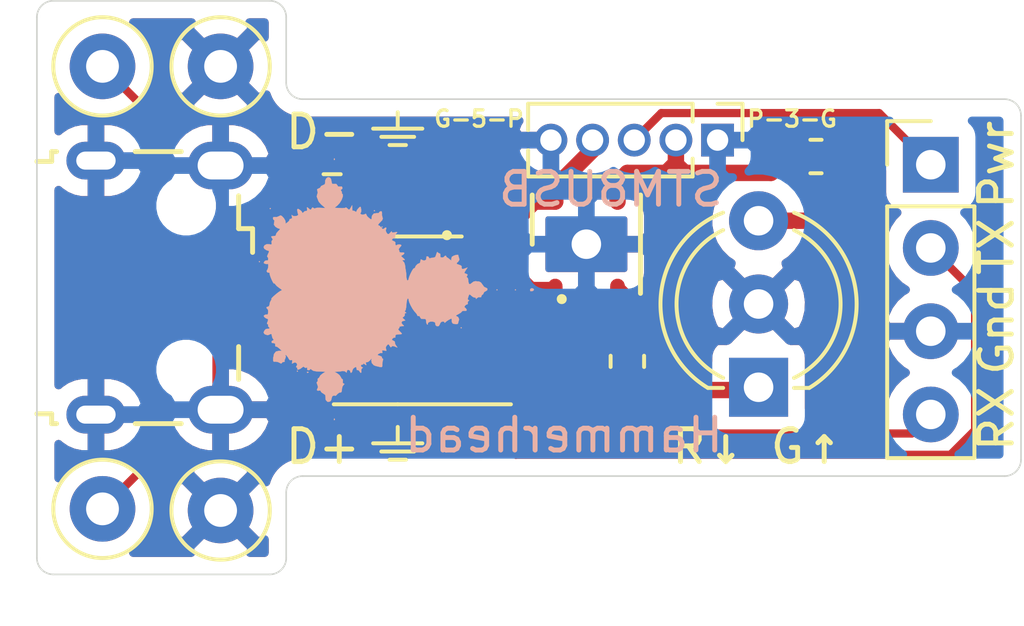
<source format=kicad_pcb>
(kicad_pcb (version 20171130) (host pcbnew "(5.1.6)-1")

  (general
    (thickness 1.6)
    (drawings 30)
    (tracks 97)
    (zones 0)
    (modules 17)
    (nets 16)
  )

  (page A4)
  (layers
    (0 F.Cu signal)
    (31 B.Cu signal)
    (32 B.Adhes user)
    (33 F.Adhes user)
    (34 B.Paste user)
    (35 F.Paste user)
    (36 B.SilkS user)
    (37 F.SilkS user)
    (38 B.Mask user)
    (39 F.Mask user)
    (40 Dwgs.User user)
    (41 Cmts.User user)
    (42 Eco1.User user)
    (43 Eco2.User user)
    (44 Edge.Cuts user)
    (45 Margin user)
    (46 B.CrtYd user)
    (47 F.CrtYd user)
    (48 B.Fab user hide)
    (49 F.Fab user hide)
  )

  (setup
    (last_trace_width 0.25)
    (user_trace_width 0.5)
    (trace_clearance 0.2)
    (zone_clearance 0.508)
    (zone_45_only no)
    (trace_min 0.2)
    (via_size 0.8)
    (via_drill 0.4)
    (via_min_size 0.4)
    (via_min_drill 0.3)
    (uvia_size 0.3)
    (uvia_drill 0.1)
    (uvias_allowed no)
    (uvia_min_size 0.2)
    (uvia_min_drill 0.1)
    (edge_width 0.05)
    (segment_width 0.2)
    (pcb_text_width 0.3)
    (pcb_text_size 1.5 1.5)
    (mod_edge_width 0.12)
    (mod_text_size 1 1)
    (mod_text_width 0.15)
    (pad_size 1 1)
    (pad_drill 0.6)
    (pad_to_mask_clearance 0.05)
    (aux_axis_origin 0 0)
    (visible_elements 7FFFFFFF)
    (pcbplotparams
      (layerselection 0x010fc_ffffffff)
      (usegerberextensions false)
      (usegerberattributes true)
      (usegerberadvancedattributes true)
      (creategerberjobfile true)
      (excludeedgelayer true)
      (linewidth 0.100000)
      (plotframeref false)
      (viasonmask false)
      (mode 1)
      (useauxorigin false)
      (hpglpennumber 1)
      (hpglpenspeed 20)
      (hpglpendiameter 15.000000)
      (psnegative false)
      (psa4output false)
      (plotreference true)
      (plotvalue true)
      (plotinvisibletext false)
      (padsonsilk false)
      (subtractmaskfromsilk false)
      (outputformat 1)
      (mirror false)
      (drillshape 1)
      (scaleselection 1)
      (outputdirectory ""))
  )

  (net 0 "")
  (net 1 +5V)
  (net 2 GND)
  (net 3 RX)
  (net 4 TX)
  (net 5 +3V3)
  (net 6 /VCAP)
  (net 7 /D+)
  (net 8 /D-)
  (net 9 /PG)
  (net 10 /EN)
  (net 11 /ID)
  (net 12 /NC)
  (net 13 /Pwr)
  (net 14 /Green)
  (net 15 /Red)

  (net_class Default "This is the default net class."
    (clearance 0.2)
    (trace_width 0.25)
    (via_dia 0.8)
    (via_drill 0.4)
    (uvia_dia 0.3)
    (uvia_drill 0.1)
    (add_net +3V3)
    (add_net +5V)
    (add_net /D+)
    (add_net /D-)
    (add_net /EN)
    (add_net /Green)
    (add_net /ID)
    (add_net /NC)
    (add_net /PG)
    (add_net /Pwr)
    (add_net /Red)
    (add_net /VCAP)
    (add_net GND)
    (add_net RX)
    (add_net TX)
  )

  (module Connector_PinHeader_1.27mm:PinHeader_1x05_P1.27mm_Vertical (layer F.Cu) (tedit 5F4CCC47) (tstamp 5F4D1B6A)
    (at 123.25 111.25 270)
    (descr "Through hole straight pin header, 1x05, 1.27mm pitch, single row")
    (tags "Through hole pin header THT 1x05 1.27mm single row")
    (path /5F4F5C5A)
    (fp_text reference J3 (at 0 -1.695 270) (layer F.SilkS) hide
      (effects (font (size 1 1) (thickness 0.15)))
    )
    (fp_text value Conn_01x05 (at -2.25 3.25 180) (layer F.Fab)
      (effects (font (size 1 1) (thickness 0.15)))
    )
    (fp_line (start -1.11 -0.76) (end 0 -0.76) (layer F.SilkS) (width 0.12))
    (fp_line (start -1.11 0) (end -1.11 -0.76) (layer F.SilkS) (width 0.12))
    (fp_line (start 0.563471 0.76) (end 1.11 0.76) (layer F.SilkS) (width 0.12))
    (fp_line (start -1.11 0.76) (end -0.563471 0.76) (layer F.SilkS) (width 0.12))
    (fp_line (start 1.11 0.76) (end 1.11 5.775) (layer F.SilkS) (width 0.12))
    (fp_line (start -1.11 0.76) (end -1.11 5.775) (layer F.SilkS) (width 0.12))
    (fp_line (start 0.30753 5.775) (end 1.11 5.775) (layer F.SilkS) (width 0.12))
    (fp_line (start -1.11 5.775) (end -0.30753 5.775) (layer F.SilkS) (width 0.12))
    (fp_line (start -1.05 -0.11) (end -0.525 -0.635) (layer F.Fab) (width 0.1))
    (fp_line (start -1.05 5.715) (end -1.05 -0.11) (layer F.Fab) (width 0.1))
    (fp_line (start 1.05 5.715) (end -1.05 5.715) (layer F.Fab) (width 0.1))
    (fp_line (start 1.05 -0.635) (end 1.05 5.715) (layer F.Fab) (width 0.1))
    (fp_line (start -0.525 -0.635) (end 1.05 -0.635) (layer F.Fab) (width 0.1))
    (fp_text user %R (at 0 2.54) (layer F.Fab)
      (effects (font (size 1 1) (thickness 0.15)))
    )
    (pad 5 thru_hole oval (at 0 5.08 270) (size 1 1) (drill 0.65) (layers *.Cu *.Mask)
      (net 2 GND))
    (pad 4 thru_hole oval (at 0 3.81 270) (size 1 1) (drill 0.65) (layers *.Cu *.Mask)
      (net 1 +5V))
    (pad 3 thru_hole oval (at 0 2.54 270) (size 1 1) (drill 0.65) (layers *.Cu *.Mask)
      (net 13 /Pwr))
    (pad 2 thru_hole oval (at 0 1.27 270) (size 1 1) (drill 0.65) (layers *.Cu *.Mask)
      (net 5 +3V3))
    (pad 1 thru_hole rect (at 0 0 270) (size 1 1) (drill 0.65) (layers *.Cu *.Mask)
      (net 2 GND))
    (model ${KISYS3DMOD}/Connector_PinHeader_1.27mm.3dshapes/PinHeader_1x05_P1.27mm_Vertical.wrl
      (at (xyz 0 0 0))
      (scale (xyz 1 1 1))
      (rotate (xyz 0 0 0))
    )
  )

  (module JohnAdriaan:Mandel_medium (layer B.Cu) (tedit 0) (tstamp 5F4CF96D)
    (at 113.5 116 180)
    (fp_text reference G*** (at 0 0) (layer B.SilkS) hide
      (effects (font (size 1.524 1.524) (thickness 0.3)) (justify mirror))
    )
    (fp_text value LOGO (at 0.75 0) (layer B.SilkS) hide
      (effects (font (size 1.524 1.524) (thickness 0.3)) (justify mirror))
    )
    (fp_poly (pts (xy 1.940278 4.189236) (xy 1.944236 4.149986) (xy 1.940278 4.145139) (xy 1.920616 4.149679)
      (xy 1.918229 4.167188) (xy 1.93033 4.19441) (xy 1.940278 4.189236)) (layer B.SilkS) (width 0.01))
    (fp_poly (pts (xy 3.902604 2.66237) (xy 3.886068 2.645833) (xy 3.869531 2.66237) (xy 3.886068 2.678906)
      (xy 3.902604 2.66237)) (layer B.SilkS) (width 0.01))
    (fp_poly (pts (xy 0.727604 2.596224) (xy 0.711068 2.579688) (xy 0.694531 2.596224) (xy 0.711068 2.612761)
      (xy 0.727604 2.596224)) (layer B.SilkS) (width 0.01))
    (fp_poly (pts (xy 0.496094 2.10013) (xy 0.479557 2.083594) (xy 0.463021 2.10013) (xy 0.479557 2.116667)
      (xy 0.496094 2.10013)) (layer B.SilkS) (width 0.01))
    (fp_poly (pts (xy 4.233333 1.041797) (xy 4.216797 1.025261) (xy 4.20026 1.041797) (xy 4.216797 1.058333)
      (xy 4.233333 1.041797)) (layer B.SilkS) (width 0.01))
    (fp_poly (pts (xy -3.009636 0.181901) (xy -3.026172 0.165365) (xy -3.042708 0.181901) (xy -3.026172 0.198438)
      (xy -3.009636 0.181901)) (layer B.SilkS) (width 0.01))
    (fp_poly (pts (xy -3.571875 0.181901) (xy -3.588412 0.165365) (xy -3.604948 0.181901) (xy -3.588412 0.198438)
      (xy -3.571875 0.181901)) (layer B.SilkS) (width 0.01))
    (fp_poly (pts (xy -4.04041 0.204994) (xy -4.034896 0.181901) (xy -4.04722 0.14099) (xy -4.094082 0.142617)
      (xy -4.126053 0.154264) (xy -4.152188 0.185171) (xy -4.130405 0.218532) (xy -4.082554 0.231511)
      (xy -4.04041 0.204994)) (layer B.SilkS) (width 0.01))
    (fp_poly (pts (xy -1.918229 -0.975651) (xy -1.934766 -0.992187) (xy -1.951302 -0.975651) (xy -1.934766 -0.959114)
      (xy -1.918229 -0.975651)) (layer B.SilkS) (width 0.01))
    (fp_poly (pts (xy 3.075781 -2.298568) (xy 3.059245 -2.315104) (xy 3.042708 -2.298568) (xy 3.059245 -2.282031)
      (xy 3.075781 -2.298568)) (layer B.SilkS) (width 0.01))
    (fp_poly (pts (xy 2.767101 -2.326128) (xy 2.762561 -2.34579) (xy 2.745052 -2.348177) (xy 2.717829 -2.336076)
      (xy 2.723003 -2.326128) (xy 2.762253 -2.32217) (xy 2.767101 -2.326128)) (layer B.SilkS) (width 0.01))
    (fp_poly (pts (xy 2.176283 3.584974) (xy 2.208187 3.518533) (xy 2.209737 3.466461) (xy 2.220733 3.403613)
      (xy 2.275715 3.375268) (xy 2.333012 3.349163) (xy 2.348177 3.323828) (xy 2.372381 3.290492)
      (xy 2.411379 3.274219) (xy 2.457493 3.248616) (xy 2.448712 3.209855) (xy 2.438299 3.137608)
      (xy 2.451233 3.101685) (xy 2.46679 3.034279) (xy 2.458123 3.000684) (xy 2.429651 2.930333)
      (xy 2.425528 2.910417) (xy 2.397378 2.859378) (xy 2.335489 2.791091) (xy 2.308842 2.766965)
      (xy 2.199349 2.673123) (xy 2.356445 2.684521) (xy 2.447822 2.685687) (xy 2.504473 2.675888)
      (xy 2.513541 2.666827) (xy 2.533454 2.659378) (xy 2.559289 2.675701) (xy 2.601766 2.693647)
      (xy 2.626124 2.658712) (xy 2.646513 2.623014) (xy 2.677713 2.633027) (xy 2.711564 2.661995)
      (xy 2.75761 2.700187) (xy 2.768613 2.689314) (xy 2.761946 2.647691) (xy 2.764056 2.593699)
      (xy 2.787855 2.58859) (xy 2.838253 2.57681) (xy 2.868024 2.549518) (xy 2.900164 2.522633)
      (xy 2.909365 2.534543) (xy 2.935228 2.578801) (xy 2.986316 2.621811) (xy 3.040723 2.652877)
      (xy 3.059314 2.640173) (xy 3.06051 2.60081) (xy 3.048289 2.52534) (xy 3.034448 2.492265)
      (xy 3.038903 2.458003) (xy 3.084604 2.43446) (xy 3.146878 2.426889) (xy 3.201054 2.440544)
      (xy 3.21537 2.453746) (xy 3.232795 2.467373) (xy 3.224547 2.422591) (xy 3.22031 2.364361)
      (xy 3.257405 2.348177) (xy 3.296033 2.336307) (xy 3.296115 2.323373) (xy 3.308588 2.28851)
      (xy 3.359681 2.239619) (xy 3.412331 2.204566) (xy 3.424788 2.21215) (xy 3.419069 2.230862)
      (xy 3.426154 2.287662) (xy 3.469152 2.362797) (xy 3.479981 2.376335) (xy 3.536839 2.436351)
      (xy 3.577622 2.44992) (xy 3.622157 2.426278) (xy 3.695795 2.397597) (xy 3.743773 2.39986)
      (xy 3.793658 2.397564) (xy 3.803385 2.366942) (xy 3.786743 2.32151) (xy 3.771378 2.315104)
      (xy 3.755603 2.289243) (xy 3.766901 2.24069) (xy 3.773725 2.168773) (xy 3.727702 2.108399)
      (xy 3.658011 2.063864) (xy 3.608156 2.049476) (xy 3.584286 2.037957) (xy 3.611186 2.000473)
      (xy 3.640274 1.973554) (xy 3.694122 1.912474) (xy 3.71279 1.862783) (xy 3.711932 1.858844)
      (xy 3.729159 1.828349) (xy 3.788142 1.819011) (xy 3.848407 1.814254) (xy 3.852714 1.791696)
      (xy 3.83224 1.764023) (xy 3.806203 1.715381) (xy 3.824679 1.696291) (xy 3.848049 1.658986)
      (xy 3.845179 1.617277) (xy 3.841425 1.571551) (xy 3.87621 1.5645) (xy 3.913858 1.572593)
      (xy 3.995901 1.573047) (xy 4.058746 1.540444) (xy 4.086097 1.488753) (xy 4.068851 1.439736)
      (xy 4.003744 1.394302) (xy 3.966496 1.38278) (xy 3.925311 1.369884) (xy 3.923873 1.337574)
      (xy 3.9504 1.281576) (xy 3.976414 1.219086) (xy 3.975123 1.190773) (xy 3.973827 1.190625)
      (xy 3.951946 1.162847) (xy 3.944912 1.12636) (xy 3.956936 1.079491) (xy 3.982185 1.078256)
      (xy 4.036099 1.069839) (xy 4.063514 1.047165) (xy 4.0836 1.004271) (xy 4.049292 0.979406)
      (xy 3.987216 0.970998) (xy 3.965985 0.97736) (xy 3.947141 0.965994) (xy 3.942641 0.915902)
      (xy 3.950613 0.852484) (xy 3.969186 0.801141) (xy 3.979853 0.78918) (xy 3.994357 0.751701)
      (xy 3.972446 0.715272) (xy 3.933734 0.712271) (xy 3.933392 0.71248) (xy 3.908268 0.702114)
      (xy 3.902604 0.670403) (xy 3.892108 0.620932) (xy 3.866063 0.54899) (xy 3.832636 0.47227)
      (xy 3.799995 0.408466) (xy 3.776306 0.375271) (xy 3.769307 0.381614) (xy 3.755492 0.383921)
      (xy 3.73333 0.353282) (xy 3.681852 0.295616) (xy 3.602868 0.235069) (xy 3.593776 0.229382)
      (xy 3.539216 0.189153) (xy 3.530422 0.166411) (xy 3.538802 0.164604) (xy 3.579269 0.146677)
      (xy 3.643887 0.102064) (xy 3.718167 0.043079) (xy 3.787619 -0.017963) (xy 3.837753 -0.068746)
      (xy 3.85408 -0.096957) (xy 3.849213 -0.099219) (xy 3.84557 -0.117376) (xy 3.862917 -0.138906)
      (xy 3.894957 -0.202259) (xy 3.902604 -0.254661) (xy 3.921103 -0.316178) (xy 3.952213 -0.330729)
      (xy 3.996226 -0.348587) (xy 4.001823 -0.363802) (xy 3.979495 -0.395941) (xy 3.972613 -0.396875)
      (xy 3.953064 -0.42547) (xy 3.94734 -0.493224) (xy 3.956566 -0.556902) (xy 3.973302 -0.575956)
      (xy 3.973566 -0.575799) (xy 4.019982 -0.574214) (xy 4.049292 -0.582531) (xy 4.083925 -0.610401)
      (xy 4.064763 -0.648784) (xy 4.010188 -0.68853) (xy 3.984163 -0.694531) (xy 3.950929 -0.717974)
      (xy 3.958943 -0.777801) (xy 3.9799 -0.818555) (xy 3.984134 -0.854761) (xy 3.96875 -0.859896)
      (xy 3.946419 -0.879433) (xy 3.950801 -0.890683) (xy 3.946653 -0.93316) (xy 3.936216 -0.942245)
      (xy 3.903091 -0.981868) (xy 3.924622 -1.006526) (xy 3.960482 -1.004208) (xy 4.023877 -1.018692)
      (xy 4.061874 -1.059946) (xy 4.087495 -1.118541) (xy 4.065017 -1.159006) (xy 4.045808 -1.174111)
      (xy 3.967402 -1.199304) (xy 3.930053 -1.187615) (xy 3.866071 -1.160527) (xy 3.840212 -1.176974)
      (xy 3.836458 -1.217083) (xy 3.815519 -1.290446) (xy 3.796771 -1.316302) (xy 3.776643 -1.350274)
      (xy 3.793232 -1.355989) (xy 3.836407 -1.382182) (xy 3.846115 -1.399598) (xy 3.835308 -1.434373)
      (xy 3.791776 -1.440939) (xy 3.737618 -1.45499) (xy 3.731183 -1.499868) (xy 3.728404 -1.54303)
      (xy 3.714647 -1.545469) (xy 3.674871 -1.555119) (xy 3.614811 -1.599679) (xy 3.610049 -1.604162)
      (xy 3.532469 -1.67845) (xy 3.616546 -1.67845) (xy 3.712642 -1.702054) (xy 3.77094 -1.775719)
      (xy 3.794558 -1.897135) (xy 3.795356 -1.978966) (xy 3.779061 -2.010778) (xy 3.73882 -2.008278)
      (xy 3.663573 -2.013345) (xy 3.607087 -2.039515) (xy 3.555471 -2.064465) (xy 3.538802 -2.052396)
      (xy 3.511685 -2.022327) (xy 3.48368 -2.017448) (xy 3.447372 -2.007462) (xy 3.450321 -1.995686)
      (xy 3.45132 -1.955885) (xy 3.435596 -1.929961) (xy 3.414528 -1.863822) (xy 3.420104 -1.83129)
      (xy 3.428521 -1.795274) (xy 3.399801 -1.81095) (xy 3.392012 -1.817319) (xy 3.339173 -1.884399)
      (xy 3.323416 -1.919528) (xy 3.286333 -1.963738) (xy 3.250673 -1.960572) (xy 3.213587 -1.957661)
      (xy 3.213568 -2.001086) (xy 3.216691 -2.013759) (xy 3.224594 -2.063311) (xy 3.202585 -2.0591)
      (xy 3.188934 -2.048361) (xy 3.131731 -2.029715) (xy 3.082808 -2.052349) (xy 3.063369 -2.098984)
      (xy 3.079423 -2.137591) (xy 3.099898 -2.174927) (xy 3.077879 -2.182812) (xy 3.054361 -2.20277)
      (xy 3.059245 -2.215885) (xy 3.060488 -2.244934) (xy 3.023557 -2.246808) (xy 2.96879 -2.225183)
      (xy 2.923705 -2.191376) (xy 2.874033 -2.156863) (xy 2.85306 -2.172981) (xy 2.816792 -2.196655)
      (xy 2.787099 -2.19187) (xy 2.751557 -2.188582) (xy 2.756702 -2.20798) (xy 2.755044 -2.255)
      (xy 2.741894 -2.267446) (xy 2.694733 -2.265428) (xy 2.679072 -2.249227) (xy 2.65039 -2.226214)
      (xy 2.624892 -2.253258) (xy 2.574839 -2.285072) (xy 2.49081 -2.302431) (xy 2.480469 -2.302999)
      (xy 2.374122 -2.307529) (xy 2.282031 -2.312147) (xy 2.199349 -2.316864) (xy 2.290299 -2.373254)
      (xy 2.353447 -2.424235) (xy 2.381192 -2.470054) (xy 2.38125 -2.471592) (xy 2.404024 -2.510413)
      (xy 2.417861 -2.513541) (xy 2.440435 -2.537422) (xy 2.436256 -2.561014) (xy 2.439082 -2.608993)
      (xy 2.453996 -2.620473) (xy 2.471621 -2.650911) (xy 2.449843 -2.707406) (xy 2.427403 -2.783194)
      (xy 2.444814 -2.824623) (xy 2.464155 -2.875024) (xy 2.431643 -2.895833) (xy 2.394553 -2.888063)
      (xy 2.354108 -2.891658) (xy 2.348177 -2.907587) (xy 2.321274 -2.947269) (xy 2.26502 -2.982797)
      (xy 2.204898 -3.026976) (xy 2.201606 -3.082893) (xy 2.19967 -3.157919) (xy 2.181495 -3.193123)
      (xy 2.137379 -3.232899) (xy 2.086353 -3.229586) (xy 2.058789 -3.219242) (xy 2.026822 -3.176954)
      (xy 2.017448 -3.122634) (xy 1.993629 -3.057546) (xy 1.935876 -3.039602) (xy 1.903116 -3.050976)
      (xy 1.874585 -3.034605) (xy 1.843975 -2.999032) (xy 1.789838 -2.955341) (xy 1.751601 -2.949423)
      (xy 1.715792 -2.935774) (xy 1.705196 -2.867748) (xy 1.705292 -2.860807) (xy 1.690569 -2.776171)
      (xy 1.655682 -2.721299) (xy 1.624439 -2.689267) (xy 1.649235 -2.679958) (xy 1.680421 -2.654054)
      (xy 1.677136 -2.61276) (xy 1.674406 -2.55998) (xy 1.687586 -2.546614) (xy 1.718624 -2.519368)
      (xy 1.73637 -2.480335) (xy 1.779752 -2.41683) (xy 1.846086 -2.365904) (xy 1.934765 -2.317752)
      (xy 1.852083 -2.313971) (xy 1.749884 -2.304538) (xy 1.689098 -2.295419) (xy 1.61776 -2.299272)
      (xy 1.582117 -2.322681) (xy 1.560653 -2.34043) (xy 1.554933 -2.304411) (xy 1.533781 -2.258432)
      (xy 1.496549 -2.256766) (xy 1.451673 -2.285566) (xy 1.44694 -2.3088) (xy 1.433877 -2.345317)
      (xy 1.422135 -2.348177) (xy 1.394136 -2.320863) (xy 1.389062 -2.289987) (xy 1.363266 -2.227847)
      (xy 1.322917 -2.190488) (xy 1.273394 -2.166969) (xy 1.257661 -2.191859) (xy 1.256771 -2.217557)
      (xy 1.243999 -2.263402) (xy 1.223464 -2.26535) (xy 1.185652 -2.272482) (xy 1.170316 -2.296471)
      (xy 1.138495 -2.341507) (xy 1.121979 -2.348177) (xy 1.107381 -2.323559) (xy 1.1138 -2.29523)
      (xy 1.108558 -2.235269) (xy 1.087957 -2.213054) (xy 1.062225 -2.188638) (xy 1.083138 -2.183319)
      (xy 1.119383 -2.156037) (xy 1.124479 -2.131251) (xy 1.108446 -2.097019) (xy 1.091406 -2.10013)
      (xy 1.06106 -2.095305) (xy 1.058333 -2.081496) (xy 1.042948 -2.062701) (xy 1.002532 -2.087812)
      (xy 0.962823 -2.115355) (xy 0.96203 -2.093534) (xy 0.969481 -2.072562) (xy 0.974597 -2.027118)
      (xy 0.951528 -2.025489) (xy 0.901969 -2.013297) (xy 0.849775 -1.970375) (xy 0.788725 -1.901693)
      (xy 0.803673 -1.972267) (xy 0.790342 -2.047948) (xy 0.733719 -2.113104) (xy 0.675033 -2.138921)
      (xy 0.621654 -2.150708) (xy 0.55548 -2.166777) (xy 0.493506 -2.175729) (xy 0.471448 -2.147542)
      (xy 0.470043 -2.091412) (xy 0.464597 -2.008027) (xy 0.44943 -1.956068) (xy 0.448855 -1.922336)
      (xy 0.463021 -1.918229) (xy 0.484892 -1.898221) (xy 0.480156 -1.886126) (xy 0.492978 -1.856394)
      (xy 0.54957 -1.831621) (xy 0.609302 -1.812736) (xy 0.611024 -1.791575) (xy 0.579123 -1.765565)
      (xy 0.518362 -1.73913) (xy 0.485601 -1.742813) (xy 0.466262 -1.738418) (xy 0.474311 -1.705001)
      (xy 0.481057 -1.664894) (xy 0.445853 -1.660146) (xy 0.411463 -1.667716) (xy 0.353218 -1.677307)
      (xy 0.345545 -1.657289) (xy 0.357147 -1.63364) (xy 0.3657 -1.566157) (xy 0.335733 -1.516848)
      (xy 0.294658 -1.476142) (xy 0.26707 -1.488171) (xy 0.24202 -1.529799) (xy 0.211934 -1.570615)
      (xy 0.199609 -1.562903) (xy 0.173012 -1.534077) (xy 0.10957 -1.537115) (xy 0.033073 -1.569337)
      (xy 0.01184 -1.574222) (xy 0.038687 -1.535928) (xy 0.044581 -1.529123) (xy 0.082657 -1.468017)
      (xy 0.085442 -1.4266) (xy 0.095502 -1.392736) (xy 0.133553 -1.372126) (xy 0.179665 -1.346804)
      (xy 0.167284 -1.308827) (xy 0.163358 -1.303963) (xy 0.116363 -1.273858) (xy 0.093259 -1.27699)
      (xy 0.072113 -1.267534) (xy 0.072202 -1.235285) (xy 0.066507 -1.192446) (xy 0.018821 -1.175886)
      (xy -0.024805 -1.174425) (xy -0.10559 -1.171205) (xy -0.125223 -1.153351) (xy -0.08775 -1.109632)
      (xy -0.057878 -1.082564) (xy -0.011896 -1.029175) (xy -0.024392 -1.001673) (xy -0.025011 -1.001446)
      (xy -0.051848 -0.970449) (xy -0.047864 -0.95629) (xy -0.061925 -0.934701) (xy -0.120125 -0.926042)
      (xy -0.180899 -0.923038) (xy -0.182489 -0.907172) (xy -0.150097 -0.881449) (xy -0.111415 -0.826815)
      (xy -0.129946 -0.779105) (xy -0.192121 -0.759625) (xy -0.227232 -0.753925) (xy -0.209966 -0.730418)
      (xy -0.185093 -0.710926) (xy -0.143698 -0.673006) (xy -0.155686 -0.651347) (xy -0.174736 -0.643095)
      (xy -0.210954 -0.603473) (xy -0.209347 -0.576039) (xy -0.216098 -0.535098) (xy -0.23624 -0.52866)
      (xy -0.261099 -0.520943) (xy -0.231511 -0.496094) (xy -0.206041 -0.469727) (xy -0.217332 -0.463527)
      (xy -0.238615 -0.433306) (xy -0.254898 -0.355953) (xy -0.260566 -0.289388) (xy -0.270577 -0.18501)
      (xy -0.287661 -0.107747) (xy -0.299549 -0.084336) (xy -0.325426 -0.079968) (xy -0.330729 -0.110458)
      (xy -0.348697 -0.186561) (xy -0.393913 -0.290152) (xy -0.453347 -0.396253) (xy -0.513969 -0.479883)
      (xy -0.533911 -0.499973) (xy -0.581568 -0.556121) (xy -0.595313 -0.592875) (xy -0.615617 -0.615984)
      (xy -0.630612 -0.610473) (xy -0.665578 -0.618853) (xy -0.682752 -0.65306) (xy -0.715051 -0.700355)
      (xy -0.779745 -0.702142) (xy -0.844437 -0.703932) (xy -0.86403 -0.740285) (xy -0.872373 -0.819331)
      (xy -0.88542 -0.857566) (xy -0.901237 -0.873676) (xy -0.914368 -0.877638) (xy -0.91108 -0.872495)
      (xy -0.918123 -0.835521) (xy -0.93832 -0.80982) (xy -0.990404 -0.786442) (xy -1.059585 -0.784238)
      (xy -1.120725 -0.799633) (xy -1.148682 -0.829057) (xy -1.147078 -0.839487) (xy -1.152327 -0.892938)
      (xy -1.193416 -0.927719) (xy -1.243601 -0.924223) (xy -1.252677 -0.916906) (xy -1.28628 -0.860841)
      (xy -1.289844 -0.840602) (xy -1.317488 -0.801598) (xy -1.35599 -0.784167) (xy -1.409724 -0.785305)
      (xy -1.422642 -0.805114) (xy -1.434585 -0.823476) (xy -1.447447 -0.810286) (xy -1.49124 -0.77199)
      (xy -1.55889 -0.72846) (xy -1.619599 -0.698538) (xy -1.636661 -0.694531) (xy -1.649895 -0.718166)
      (xy -1.649729 -0.719336) (xy -1.651383 -0.801226) (xy -1.681045 -0.846691) (xy -1.694987 -0.850177)
      (xy -1.764842 -0.859482) (xy -1.784434 -0.863957) (xy -1.829729 -0.853177) (xy -1.838178 -0.835091)
      (xy -1.847903 -0.790696) (xy -1.85048 -0.785482) (xy -1.869898 -0.718841) (xy -1.844006 -0.654438)
      (xy -1.812395 -0.63241) (xy -1.773322 -0.613218) (xy -1.782393 -0.592696) (xy -1.845712 -0.558611)
      (xy -1.850326 -0.556372) (xy -1.920175 -0.514986) (xy -1.954354 -0.479878) (xy -1.955059 -0.475896)
      (xy -1.982274 -0.457419) (xy -2.035373 -0.457101) (xy -2.092803 -0.455757) (xy -2.099323 -0.423993)
      (xy -2.096455 -0.41576) (xy -2.06464 -0.370572) (xy -2.048021 -0.363802) (xy -2.032867 -0.339418)
      (xy -2.038561 -0.314193) (xy -2.081293 -0.27022) (xy -2.105621 -0.264583) (xy -2.136006 -0.246093)
      (xy -2.130918 -0.227813) (xy -2.134039 -0.181579) (xy -2.153771 -0.162173) (xy -2.178362 -0.137792)
      (xy -2.159046 -0.132798) (xy -2.131963 -0.107775) (xy -2.134241 -0.082682) (xy -2.15884 -0.004054)
      (xy -2.165526 0.017287) (xy -2.184319 0.045611) (xy -2.219927 0.027437) (xy -2.249415 -0.000456)
      (xy -2.307795 -0.04321) (xy -2.349384 -0.048864) (xy -2.378265 -0.05544) (xy -2.381757 -0.072462)
      (xy -2.389246 -0.096832) (xy -2.411492 -0.069595) (xy -2.462717 -0.039871) (xy -2.493667 -0.043752)
      (xy -2.53875 -0.04146) (xy -2.546615 -0.015498) (xy -2.564804 0.027844) (xy -2.579688 0.033073)
      (xy -2.609671 0.059572) (xy -2.612761 0.078825) (xy -2.640579 0.122624) (xy -2.682391 0.142786)
      (xy -2.729975 0.176209) (xy -2.731458 0.220435) (xy -2.688513 0.247248) (xy -2.67615 0.248047)
      (xy -2.629569 0.274896) (xy -2.583825 0.338998) (xy -2.53548 0.40439) (xy -2.484606 0.432479)
      (xy -2.402332 0.441196) (xy -2.375169 0.445768) (xy -2.311975 0.431527) (xy -2.263262 0.394408)
      (xy -2.204397 0.350552) (xy -2.16588 0.368899) (xy -2.150021 0.448013) (xy -2.14974 0.464973)
      (xy -2.138796 0.53377) (xy -2.112617 0.56224) (xy -2.092831 0.575576) (xy -2.113314 0.60781)
      (xy -2.129733 0.64659) (xy -2.088186 0.669783) (xy -2.081908 0.671482) (xy -2.036492 0.688107)
      (xy -2.03396 0.716939) (xy -2.069026 0.775576) (xy -2.12537 0.861568) (xy -2.038336 0.828477)
      (xy -1.96941 0.81415) (xy -1.944048 0.847132) (xy -1.947192 0.900656) (xy -1.922255 0.925685)
      (xy -1.868426 0.945582) (xy -1.800344 0.970125) (xy -1.795088 1.00057) (xy -1.840921 1.041637)
      (xy -1.878243 1.09795) (xy -1.868743 1.144501) (xy -1.849165 1.208923) (xy -1.848137 1.235879)
      (xy -1.828767 1.250733) (xy -1.77417 1.243832) (xy -1.708792 1.221968) (xy -1.657075 1.19193)
      (xy -1.646056 1.179735) (xy -1.633845 1.116333) (xy -1.63888 1.093261) (xy -1.634785 1.073908)
      (xy -1.59053 1.105247) (xy -1.585451 1.109797) (xy -1.52751 1.156243) (xy -1.493077 1.174089)
      (xy -1.47926 1.196276) (xy -1.480013 1.198893) (xy -1.463714 1.2228) (xy -1.455209 1.223698)
      (xy -1.423049 1.203732) (xy -1.422136 1.197663) (xy -1.394153 1.174715) (xy -1.352603 1.166391)
      (xy -1.301556 1.17551) (xy -1.299461 1.223806) (xy -1.299898 1.225498) (xy -1.296787 1.279134)
      (xy -1.272967 1.289844) (xy -1.223087 1.316172) (xy -1.21488 1.331185) (xy -1.199594 1.331619)
      (xy -1.18009 1.280048) (xy -1.176077 1.263464) (xy -1.145172 1.183692) (xy -1.099168 1.163063)
      (xy -1.096701 1.16342) (xy -1.024219 1.156971) (xy -1.000456 1.146507) (xy -0.96433 1.140072)
      (xy -0.959115 1.152062) (xy -0.932848 1.190315) (xy -0.911772 1.201716) (xy -0.87677 1.197578)
      (xy -0.876296 1.158261) (xy -0.862877 1.098891) (xy -0.811664 1.071942) (xy -0.747656 1.089032)
      (xy -0.739949 1.094885) (xy -0.705003 1.111548) (xy -0.694638 1.071977) (xy -0.694531 1.062383)
      (xy -0.680473 1.006495) (xy -0.659096 0.992188) (xy -0.602466 0.966874) (xy -0.549351 0.911087)
      (xy -0.529167 0.860306) (xy -0.510693 0.836962) (xy -0.499975 0.840961) (xy -0.474575 0.822748)
      (xy -0.435599 0.762016) (xy -0.392643 0.678197) (xy -0.355304 0.590726) (xy -0.333177 0.519036)
      (xy -0.330729 0.498231) (xy -0.306826 0.464406) (xy -0.297656 0.463021) (xy -0.275789 0.492262)
      (xy -0.263046 0.56476) (xy -0.262053 0.587044) (xy -0.255962 0.688526) (xy -0.244466 0.770992)
      (xy -0.243021 0.777214) (xy -0.228191 0.864535) (xy -0.222822 0.926042) (xy -0.200306 1.006065)
      (xy -0.167439 1.049013) (xy -0.134699 1.080576) (xy -0.160495 1.08984) (xy -0.177297 1.090355)
      (xy -0.213869 1.095998) (xy -0.202466 1.119097) (xy -0.16076 1.155095) (xy -0.110506 1.201094)
      (xy -0.109967 1.225893) (xy -0.14056 1.241316) (xy -0.184237 1.271806) (xy -0.199962 1.305561)
      (xy -0.177918 1.319521) (xy -0.173633 1.319) (xy -0.101195 1.317393) (xy -0.053166 1.332724)
      (xy -0.047864 1.353165) (xy -0.042211 1.38949) (xy -0.031835 1.394988) (xy -0.026277 1.423471)
      (xy -0.062165 1.476387) (xy -0.062848 1.477122) (xy -0.106197 1.527897) (xy -0.104293 1.551005)
      (xy -0.067081 1.563766) (xy 0.0018 1.560555) (xy 0.030284 1.543987) (xy 0.061602 1.535517)
      (xy 0.074005 1.581218) (xy 0.070734 1.626826) (xy 0.095077 1.653589) (xy 0.134705 1.670948)
      (xy 0.180012 1.696223) (xy 0.166647 1.734693) (xy 0.163358 1.738746) (xy 0.11756 1.769588)
      (xy 0.09585 1.767319) (xy 0.079824 1.774812) (xy 0.084963 1.796492) (xy 0.07819 1.854313)
      (xy 0.048071 1.898506) (xy 0.01641 1.934838) (xy 0.031376 1.944514) (xy 0.098296 1.934928)
      (xy 0.16899 1.928449) (xy 0.186577 1.946172) (xy 0.181899 1.958655) (xy 0.18447 1.968004)
      (xy 0.219869 1.933636) (xy 0.223893 1.929129) (xy 0.271918 1.881405) (xy 0.304457 1.88198)
      (xy 0.337835 1.916178) (xy 0.36973 1.987424) (xy 0.357825 2.029302) (xy 0.346814 2.074703)
      (xy 0.375401 2.079349) (xy 0.420618 2.046622) (xy 0.459012 2.033545) (xy 0.5011 2.07932)
      (xy 0.501334 2.079695) (xy 0.552401 2.133675) (xy 0.592688 2.14974) (xy 0.602405 2.167872)
      (xy 0.56428 2.216278) (xy 0.537775 2.241272) (xy 0.471701 2.311947) (xy 0.457079 2.365001)
      (xy 0.464681 2.385391) (xy 0.483044 2.46041) (xy 0.480464 2.508833) (xy 0.48631 2.567609)
      (xy 0.514529 2.579688) (xy 0.557275 2.559112) (xy 0.562239 2.542759) (xy 0.589446 2.519456)
      (xy 0.638405 2.520391) (xy 0.726225 2.50981) (xy 0.781467 2.447752) (xy 0.79375 2.381102)
      (xy 0.797304 2.335479) (xy 0.819561 2.333555) (xy 0.875393 2.371438) (xy 0.934011 2.427569)
      (xy 0.958075 2.47625) (xy 0.972816 2.503476) (xy 1.000456 2.488606) (xy 1.062955 2.47152)
      (xy 1.105747 2.478851) (xy 1.143319 2.505051) (xy 1.136066 2.522917) (xy 1.116368 2.567113)
      (xy 1.11673 2.641104) (xy 1.129483 2.706921) (xy 1.150567 2.714823) (xy 1.193898 2.675633)
      (xy 1.241103 2.61576) (xy 1.256771 2.575638) (xy 1.269766 2.555443) (xy 1.301155 2.575351)
      (xy 1.349381 2.596331) (xy 1.367301 2.590425) (xy 1.382804 2.602718) (xy 1.390194 2.662474)
      (xy 1.390234 2.665126) (xy 1.391406 2.761589) (xy 1.434392 2.684086) (xy 1.469506 2.631658)
      (xy 1.50112 2.633334) (xy 1.532439 2.661643) (xy 1.573962 2.693795) (xy 1.587479 2.689537)
      (xy 1.61713 2.676298) (xy 1.693188 2.671711) (xy 1.757277 2.674129) (xy 1.927095 2.685888)
      (xy 1.840619 2.756811) (xy 1.770104 2.832878) (xy 1.713987 2.925507) (xy 1.679924 3.016278)
      (xy 1.67557 3.086773) (xy 1.692537 3.11315) (xy 1.71605 3.137068) (xy 1.707474 3.141421)
      (xy 1.701037 3.162024) (xy 1.719791 3.191537) (xy 1.741929 3.232632) (xy 1.723841 3.241146)
      (xy 1.691625 3.26813) (xy 1.686719 3.294613) (xy 1.705851 3.33266) (xy 1.75652 3.329826)
      (xy 1.818729 3.332863) (xy 1.841734 3.370508) (xy 1.875793 3.413707) (xy 1.937297 3.414121)
      (xy 1.997125 3.413245) (xy 2.016533 3.45482) (xy 2.017448 3.481288) (xy 2.035893 3.561124)
      (xy 2.066135 3.604183) (xy 2.123298 3.618928) (xy 2.176283 3.584974)) (layer B.SilkS) (width 0.01))
    (fp_poly (pts (xy 1.940278 -3.748264) (xy 1.944236 -3.787514) (xy 1.940278 -3.792361) (xy 1.920616 -3.787821)
      (xy 1.918229 -3.770312) (xy 1.93033 -3.74309) (xy 1.940278 -3.748264)) (layer B.SilkS) (width 0.01))
  )

  (module TestPoint:TestPoint_Loop_D2.50mm_Drill1.0mm_LowProfile (layer F.Cu) (tedit 5A0F774F) (tstamp 5F4D3F87)
    (at 108.1 109)
    (descr "low profile wire loop as test point, loop diameter 2.5mm, hole diameter 1.0mm")
    (tags "test point wire loop bead")
    (path /5F4E812E)
    (fp_text reference Gnd (at 4.9 2) (layer F.SilkS) hide
      (effects (font (size 1 1) (thickness 0.15)) (justify left))
    )
    (fp_text value TestPoint_Small (at 0 -2.8) (layer F.Fab)
      (effects (font (size 1 1) (thickness 0.15)))
    )
    (fp_circle (center 0 0) (end 1.5 0) (layer F.SilkS) (width 0.12))
    (fp_circle (center 0 0) (end 1.8 0) (layer F.CrtYd) (width 0.05))
    (fp_line (start 1.3 -0.2) (end -1.3 -0.2) (layer F.Fab) (width 0.12))
    (fp_line (start 1.3 0.2) (end 1.3 -0.2) (layer F.Fab) (width 0.12))
    (fp_line (start -1.3 0.2) (end 1.3 0.2) (layer F.Fab) (width 0.12))
    (fp_line (start -1.3 -0.2) (end -1.3 0.2) (layer F.Fab) (width 0.12))
    (fp_text user %R (at 0.7 2.5) (layer F.Fab)
      (effects (font (size 1 1) (thickness 0.15)))
    )
    (pad 1 thru_hole circle (at 0 0) (size 2 2) (drill 1) (layers *.Cu *.Mask)
      (net 2 GND))
    (model ${KISYS3DMOD}/TestPoint.3dshapes/TestPoint_Loop_D2.50mm_Drill1.0mm_LowProfile.wrl
      (at (xyz 0 0 0))
      (scale (xyz 1 1 1))
      (rotate (xyz 0 0 0))
    )
  )

  (module TestPoint:TestPoint_Loop_D2.50mm_Drill1.0mm_LowProfile (layer F.Cu) (tedit 5A0F774F) (tstamp 5F4D3FB4)
    (at 108.1 122.55)
    (descr "low profile wire loop as test point, loop diameter 2.5mm, hole diameter 1.0mm")
    (tags "test point wire loop bead")
    (path /5F4E299E)
    (fp_text reference Gnd (at 4.9 -1.95) (layer F.SilkS) hide
      (effects (font (size 1 1) (thickness 0.15)) (justify left))
    )
    (fp_text value TestPoint_Small (at 0 2.65) (layer F.Fab)
      (effects (font (size 1 1) (thickness 0.15)))
    )
    (fp_circle (center 0 0) (end 1.5 0) (layer F.SilkS) (width 0.12))
    (fp_circle (center 0 0) (end 1.8 0) (layer F.CrtYd) (width 0.05))
    (fp_line (start 1.3 -0.2) (end -1.3 -0.2) (layer F.Fab) (width 0.12))
    (fp_line (start 1.3 0.2) (end 1.3 -0.2) (layer F.Fab) (width 0.12))
    (fp_line (start -1.3 0.2) (end 1.3 0.2) (layer F.Fab) (width 0.12))
    (fp_line (start -1.3 -0.2) (end -1.3 0.2) (layer F.Fab) (width 0.12))
    (fp_text user %R (at 0 2.7) (layer F.Fab)
      (effects (font (size 1 1) (thickness 0.15)))
    )
    (pad 1 thru_hole circle (at 0 0) (size 2 2) (drill 1) (layers *.Cu *.Mask)
      (net 2 GND))
    (model ${KISYS3DMOD}/TestPoint.3dshapes/TestPoint_Loop_D2.50mm_Drill1.0mm_LowProfile.wrl
      (at (xyz 0 0 0))
      (scale (xyz 1 1 1))
      (rotate (xyz 0 0 0))
    )
  )

  (module TestPoint:TestPoint_Loop_D2.50mm_Drill1.0mm_LowProfile (layer F.Cu) (tedit 5A0F774F) (tstamp 5F4CE39E)
    (at 104.5 109)
    (descr "low profile wire loop as test point, loop diameter 2.5mm, hole diameter 1.0mm")
    (tags "test point wire loop bead")
    (path /5F4D7BEA)
    (fp_text reference D- (at 5.5 2 unlocked) (layer F.SilkS)
      (effects (font (size 1 1) (thickness 0.15)) (justify left))
    )
    (fp_text value TestPoint_Small (at 0 -2.8) (layer F.Fab)
      (effects (font (size 1 1) (thickness 0.15)))
    )
    (fp_circle (center 0 0) (end 1.5 0) (layer F.SilkS) (width 0.12))
    (fp_circle (center 0 0) (end 1.8 0) (layer F.CrtYd) (width 0.05))
    (fp_line (start 1.3 -0.2) (end -1.3 -0.2) (layer F.Fab) (width 0.12))
    (fp_line (start 1.3 0.2) (end 1.3 -0.2) (layer F.Fab) (width 0.12))
    (fp_line (start -1.3 0.2) (end 1.3 0.2) (layer F.Fab) (width 0.12))
    (fp_line (start -1.3 -0.2) (end -1.3 0.2) (layer F.Fab) (width 0.12))
    (fp_text user %R (at 0 0) (layer F.Fab)
      (effects (font (size 1 1) (thickness 0.15)))
    )
    (pad 1 thru_hole circle (at 0 0) (size 2 2) (drill 1) (layers *.Cu *.Mask)
      (net 8 /D-))
    (model ${KISYS3DMOD}/TestPoint.3dshapes/TestPoint_Loop_D2.50mm_Drill1.0mm_LowProfile.wrl
      (at (xyz 0 0 0))
      (scale (xyz 1 1 1))
      (rotate (xyz 0 0 0))
    )
  )

  (module TestPoint:TestPoint_Loop_D2.50mm_Drill1.0mm_LowProfile (layer F.Cu) (tedit 5A0F774F) (tstamp 5F4CE954)
    (at 104.5 122.5)
    (descr "low profile wire loop as test point, loop diameter 2.5mm, hole diameter 1.0mm")
    (tags "test point wire loop bead")
    (path /5F4D752B)
    (fp_text reference D+ (at 5.5 -1.9 unlocked) (layer F.SilkS)
      (effects (font (size 1 1) (thickness 0.15)) (justify left))
    )
    (fp_text value TestPoint_Small (at 0 2.7 180) (layer F.Fab)
      (effects (font (size 1 1) (thickness 0.15)))
    )
    (fp_circle (center 0 0) (end 1.5 0) (layer F.SilkS) (width 0.12))
    (fp_circle (center 0 0) (end 1.8 0) (layer F.CrtYd) (width 0.05))
    (fp_line (start 1.3 -0.2) (end -1.3 -0.2) (layer F.Fab) (width 0.12))
    (fp_line (start 1.3 0.2) (end 1.3 -0.2) (layer F.Fab) (width 0.12))
    (fp_line (start -1.3 0.2) (end 1.3 0.2) (layer F.Fab) (width 0.12))
    (fp_line (start -1.3 -0.2) (end -1.3 0.2) (layer F.Fab) (width 0.12))
    (fp_text user %R (at 0 0) (layer F.Fab)
      (effects (font (size 1 1) (thickness 0.15)))
    )
    (pad 1 thru_hole circle (at 0 0) (size 2 2) (drill 1) (layers *.Cu *.Mask)
      (net 7 /D+))
    (model ${KISYS3DMOD}/TestPoint.3dshapes/TestPoint_Loop_D2.50mm_Drill1.0mm_LowProfile.wrl
      (at (xyz 0 0 0))
      (scale (xyz 1 1 1))
      (rotate (xyz 0 0 0))
    )
  )

  (module Capacitor_SMD:C_0402_1005Metric (layer F.Cu) (tedit 5B301BBE) (tstamp 5F4D4601)
    (at 116.75 113 90)
    (descr "Capacitor SMD 0402 (1005 Metric), square (rectangular) end terminal, IPC_7351 nominal, (Body size source: http://www.tortai-tech.com/upload/download/2011102023233369053.pdf), generated with kicad-footprint-generator")
    (tags capacitor)
    (path /6004A97A)
    (attr smd)
    (fp_text reference G-5-P (at 2.4 0.65 180) (layer F.SilkS)
      (effects (font (size 0.5 0.5) (thickness 0.1)) (justify right))
    )
    (fp_text value 100nF (at 0 1.17 90) (layer F.Fab)
      (effects (font (size 1 1) (thickness 0.15)))
    )
    (fp_line (start 0.93 0.47) (end -0.93 0.47) (layer F.CrtYd) (width 0.05))
    (fp_line (start 0.93 -0.47) (end 0.93 0.47) (layer F.CrtYd) (width 0.05))
    (fp_line (start -0.93 -0.47) (end 0.93 -0.47) (layer F.CrtYd) (width 0.05))
    (fp_line (start -0.93 0.47) (end -0.93 -0.47) (layer F.CrtYd) (width 0.05))
    (fp_line (start 0.5 0.25) (end -0.5 0.25) (layer F.Fab) (width 0.1))
    (fp_line (start 0.5 -0.25) (end 0.5 0.25) (layer F.Fab) (width 0.1))
    (fp_line (start -0.5 -0.25) (end 0.5 -0.25) (layer F.Fab) (width 0.1))
    (fp_line (start -0.5 0.25) (end -0.5 -0.25) (layer F.Fab) (width 0.1))
    (fp_text user %R (at 0 0 90) (layer F.Fab)
      (effects (font (size 0.25 0.25) (thickness 0.04)))
    )
    (pad 2 smd roundrect (at 0.485 0 90) (size 0.59 0.64) (layers F.Cu F.Paste F.Mask) (roundrect_rratio 0.25)
      (net 2 GND))
    (pad 1 smd roundrect (at -0.485 0 90) (size 0.59 0.64) (layers F.Cu F.Paste F.Mask) (roundrect_rratio 0.25)
      (net 1 +5V))
    (model ${KISYS3DMOD}/Capacitor_SMD.3dshapes/C_0402_1005Metric.wrl
      (at (xyz 0 0 0))
      (scale (xyz 1 1 1))
      (rotate (xyz 0 0 0))
    )
  )

  (module footprints:C_0306 (layer F.Cu) (tedit 5F3D4236) (tstamp 5F3D9D6B)
    (at 115 112.75 90)
    (path /60096488)
    (fp_text reference C1 (at 0 0 180) (layer F.SilkS) hide
      (effects (font (size 1 1) (thickness 0.15)))
    )
    (fp_text value 1uF (at 0.03 2 90) (layer F.SilkS) hide
      (effects (font (size 1 1) (thickness 0.15)))
    )
    (fp_circle (center -1.4 0) (end -1.3238 0) (layer F.SilkS) (width 0.1524))
    (fp_circle (center -0.4445 0) (end -0.3683 0) (layer F.Fab) (width 0.1524))
    (fp_line (start 1.0541 1.1049) (end -1.0541 1.1049) (layer F.CrtYd) (width 0.1524))
    (fp_line (start 1.0541 -1.1049) (end 1.0541 1.1049) (layer F.CrtYd) (width 0.1524))
    (fp_line (start -1.0541 -1.1049) (end 1.0541 -1.1049) (layer F.CrtYd) (width 0.1524))
    (fp_line (start -1.0541 1.1049) (end -1.0541 -1.1049) (layer F.CrtYd) (width 0.1524))
    (fp_line (start -0.4445 -0.8509) (end -0.4445 0.8509) (layer F.Fab) (width 0.1524))
    (fp_line (start 0.4445 -0.8509) (end -0.4445 -0.8509) (layer F.Fab) (width 0.1524))
    (fp_line (start 0.4445 0.8509) (end 0.4445 -0.8509) (layer F.Fab) (width 0.1524))
    (fp_line (start -0.4445 0.8509) (end 0.4445 0.8509) (layer F.Fab) (width 0.1524))
    (fp_line (start 0.4445 -0.8509) (end 0.3429 -0.8509) (layer F.Fab) (width 0.1524))
    (fp_line (start 0.4445 0.8509) (end 0.4445 -0.8509) (layer F.Fab) (width 0.1524))
    (fp_line (start 0.3429 0.8509) (end 0.4445 0.8509) (layer F.Fab) (width 0.1524))
    (fp_line (start 0.3429 -0.8509) (end 0.3429 0.8509) (layer F.Fab) (width 0.1524))
    (fp_line (start -0.4445 0.8509) (end -0.3429 0.8509) (layer F.Fab) (width 0.1524))
    (fp_line (start -0.4445 -0.8509) (end -0.4445 0.8509) (layer F.Fab) (width 0.1524))
    (fp_line (start -0.3429 -0.8509) (end -0.4445 -0.8509) (layer F.Fab) (width 0.1524))
    (fp_line (start -0.3429 0.8509) (end -0.3429 -0.8509) (layer F.Fab) (width 0.1524))
    (pad 2 smd rect (at 0.5715 0 90) (size 0.4572 1.7018) (layers F.Cu F.Paste F.Mask)
      (net 2 GND))
    (pad 1 smd rect (at -0.5715 0 90) (size 0.4572 1.7018) (layers F.Cu F.Paste F.Mask)
      (net 1 +5V))
  )

  (module Connector_USB:USB_Micro-B_Wuerth_629105150521 (layer F.Cu) (tedit 5A142044) (tstamp 5F3DACC0)
    (at 106.25 115.75 270)
    (descr "USB Micro-B receptacle, http://www.mouser.com/ds/2/445/629105150521-469306.pdf")
    (tags "usb micro receptacle")
    (path /60046BB3)
    (attr smd)
    (fp_text reference J1 (at 4.75 -4.25 180) (layer F.SilkS) hide
      (effects (font (size 1 1) (thickness 0.15)))
    )
    (fp_text value USB_B_Micro (at 0 5.6 90) (layer F.Fab)
      (effects (font (size 1 1) (thickness 0.15)))
    )
    (fp_line (start 4.95 -3.34) (end -4.94 -3.34) (layer F.CrtYd) (width 0.05))
    (fp_line (start 4.95 4.85) (end 4.95 -3.34) (layer F.CrtYd) (width 0.05))
    (fp_line (start -4.94 4.85) (end 4.95 4.85) (layer F.CrtYd) (width 0.05))
    (fp_line (start -4.94 -3.34) (end -4.94 4.85) (layer F.CrtYd) (width 0.05))
    (fp_line (start 1.8 -2.4) (end 2.8 -2.4) (layer F.SilkS) (width 0.15))
    (fp_line (start -1.8 -2.4) (end -2.8 -2.4) (layer F.SilkS) (width 0.15))
    (fp_line (start -1.8 -2.825) (end -1.8 -2.4) (layer F.SilkS) (width 0.15))
    (fp_line (start -1.075 -2.825) (end -1.8 -2.825) (layer F.SilkS) (width 0.15))
    (fp_line (start 4.15 0.75) (end 4.15 -0.65) (layer F.SilkS) (width 0.15))
    (fp_line (start 4.15 3.3) (end 4.15 3.15) (layer F.SilkS) (width 0.15))
    (fp_line (start 3.85 3.3) (end 4.15 3.3) (layer F.SilkS) (width 0.15))
    (fp_line (start 3.85 3.75) (end 3.85 3.3) (layer F.SilkS) (width 0.15))
    (fp_line (start -3.85 3.3) (end -3.85 3.75) (layer F.SilkS) (width 0.15))
    (fp_line (start -4.15 3.3) (end -3.85 3.3) (layer F.SilkS) (width 0.15))
    (fp_line (start -4.15 3.15) (end -4.15 3.3) (layer F.SilkS) (width 0.15))
    (fp_line (start -4.15 -0.65) (end -4.15 0.75) (layer F.SilkS) (width 0.15))
    (fp_line (start -1.075 -2.95) (end -1.075 -2.725) (layer F.Fab) (width 0.15))
    (fp_line (start -1.525 -2.95) (end -1.075 -2.95) (layer F.Fab) (width 0.15))
    (fp_line (start -1.525 -2.725) (end -1.525 -2.95) (layer F.Fab) (width 0.15))
    (fp_line (start -1.3 -2.55) (end -1.525 -2.725) (layer F.Fab) (width 0.15))
    (fp_line (start -1.075 -2.725) (end -1.3 -2.55) (layer F.Fab) (width 0.15))
    (fp_line (start -2.7 3.75) (end 2.7 3.75) (layer F.Fab) (width 0.15))
    (fp_line (start 4 -2.25) (end -4 -2.25) (layer F.Fab) (width 0.15))
    (fp_line (start 4 3.15) (end 4 -2.25) (layer F.Fab) (width 0.15))
    (fp_line (start 3.7 3.15) (end 4 3.15) (layer F.Fab) (width 0.15))
    (fp_line (start 3.7 4.35) (end 3.7 3.15) (layer F.Fab) (width 0.15))
    (fp_line (start -3.7 4.35) (end 3.7 4.35) (layer F.Fab) (width 0.15))
    (fp_line (start -3.7 3.15) (end -3.7 4.35) (layer F.Fab) (width 0.15))
    (fp_line (start -4 3.15) (end -3.7 3.15) (layer F.Fab) (width 0.15))
    (fp_line (start -4 -2.25) (end -4 3.15) (layer F.Fab) (width 0.15))
    (fp_text user "PCB Edge" (at 0 3.75 90) (layer Dwgs.User)
      (effects (font (size 0.5 0.5) (thickness 0.08)))
    )
    (fp_text user %R (at 0 1.05 90) (layer F.Fab)
      (effects (font (size 1 1) (thickness 0.15)))
    )
    (pad "" np_thru_hole oval (at 2.5 -0.8 270) (size 0.8 0.8) (drill 0.8) (layers *.Cu *.Mask))
    (pad "" np_thru_hole oval (at -2.5 -0.8 270) (size 0.8 0.8) (drill 0.8) (layers *.Cu *.Mask))
    (pad 6 thru_hole oval (at 3.875 1.95 270) (size 1.15 1.8) (drill oval 0.55 1.2) (layers *.Cu *.Mask)
      (net 2 GND))
    (pad 6 thru_hole oval (at -3.875 1.95 270) (size 1.15 1.8) (drill oval 0.55 1.2) (layers *.Cu *.Mask)
      (net 2 GND))
    (pad 6 thru_hole oval (at 3.725 -1.85 270) (size 1.45 2) (drill oval 0.85 1.4) (layers *.Cu *.Mask)
      (net 2 GND))
    (pad 6 thru_hole oval (at -3.725 -1.85 270) (size 1.45 2) (drill oval 0.85 1.4) (layers *.Cu *.Mask)
      (net 2 GND))
    (pad 5 smd rect (at 1.3 -1.9 270) (size 0.45 1.3) (layers F.Cu F.Paste F.Mask)
      (net 2 GND))
    (pad 4 smd rect (at 0.65 -1.9 270) (size 0.45 1.3) (layers F.Cu F.Paste F.Mask)
      (net 11 /ID))
    (pad 3 smd rect (at 0 -1.9 270) (size 0.45 1.3) (layers F.Cu F.Paste F.Mask)
      (net 7 /D+))
    (pad 2 smd rect (at -0.65 -1.9 270) (size 0.45 1.3) (layers F.Cu F.Paste F.Mask)
      (net 8 /D-))
    (pad 1 smd rect (at -1.3 -1.9 270) (size 0.45 1.3) (layers F.Cu F.Paste F.Mask)
      (net 1 +5V))
    (model ${KISYS3DMOD}/Connector_USB.3dshapes/USB_Micro-B_Wuerth_629105150521.wrl
      (at (xyz 0 0 0))
      (scale (xyz 1 1 1))
      (rotate (xyz 0 0 0))
    )
  )

  (module JohnAdriaan:DFN-6_3x3_0.95 (layer F.Cu) (tedit 5F4C7934) (tstamp 5F3D8BFA)
    (at 119.25 114.425 90)
    (descr "DFN6 3x3mm 0.95 Pitch")
    (tags "DFN 0.95")
    (path /600489E6)
    (attr smd)
    (fp_text reference U2 (at 2.675 -0.5 180) (layer F.SilkS) hide
      (effects (font (size 1 1) (thickness 0.15)))
    )
    (fp_text value LD39050PU33R (at -1.325 2.75 90) (layer F.Fab)
      (effects (font (size 1 1) (thickness 0.15)))
    )
    (fp_line (start 0 -1.65) (end 1.5 -1.65) (layer F.SilkS) (width 0.15))
    (fp_line (start -1.5 1.65) (end 1.5 1.65) (layer F.SilkS) (width 0.15))
    (fp_line (start -1.9 1.85) (end 1.9 1.85) (layer F.CrtYd) (width 0.05))
    (fp_line (start -1.9 -1.85) (end 1.9 -1.85) (layer F.CrtYd) (width 0.05))
    (fp_line (start 1.9 -1.85) (end 1.9 1.85) (layer F.CrtYd) (width 0.05))
    (fp_line (start -1.9 -1.85) (end -1.9 1.85) (layer F.CrtYd) (width 0.05))
    (fp_line (start -1.5 -0.5) (end -0.5 -1.5) (layer F.Fab) (width 0.15))
    (fp_line (start -1.5 1.5) (end -1.5 -0.5) (layer F.Fab) (width 0.15))
    (fp_line (start 1.5 1.5) (end -1.5 1.5) (layer F.Fab) (width 0.15))
    (fp_line (start 1.5 -1.5) (end 1.5 1.5) (layer F.Fab) (width 0.15))
    (fp_line (start -0.5 -1.5) (end 1.5 -1.5) (layer F.Fab) (width 0.15))
    (fp_text user %R (at 0 0 90) (layer F.Fab) hide
      (effects (font (size 0.7 0.7) (thickness 0.105)))
    )
    (pad 6 smd custom (at 1.275 -0.95 270) (size 0.45 0.45) (layers F.Cu F.Paste F.Mask)
      (net 1 +5V) (zone_connect 0)
      (options (clearance outline) (anchor circle))
      (primitives
        (gr_poly (pts
           (xy 0 -0.225) (xy -0.55 -0.225) (xy -0.55 0.225) (xy 0 0.225)) (width 0))
      ))
    (pad 5 smd custom (at 1.275 0 270) (size 0.45 0.45) (layers F.Cu F.Paste F.Mask)
      (net 12 /NC) (zone_connect 0)
      (options (clearance outline) (anchor circle))
      (primitives
        (gr_poly (pts
           (xy 0 -0.225) (xy -0.55 -0.225) (xy -0.55 0.225) (xy 0 0.225)) (width 0))
      ))
    (pad 4 smd custom (at 1.275 0.95 270) (size 0.45 0.45) (layers F.Cu F.Paste F.Mask)
      (net 5 +3V3) (zone_connect 0)
      (options (clearance outline) (anchor circle))
      (primitives
        (gr_poly (pts
           (xy 0 -0.225) (xy -0.55 -0.225) (xy -0.55 0.225) (xy 0 0.225)) (width 0))
      ))
    (pad 3 smd custom (at -1.275 0.95 90) (size 0.45 0.45) (layers F.Cu F.Paste F.Mask)
      (net 9 /PG) (zone_connect 0)
      (options (clearance outline) (anchor circle))
      (primitives
        (gr_poly (pts
           (xy 0 -0.225) (xy -0.55 -0.225) (xy -0.55 0.225) (xy 0 0.225)) (width 0))
      ))
    (pad 2 smd custom (at -1.275 0 90) (size 0.45 0.45) (layers F.Cu F.Paste F.Mask)
      (net 2 GND) (zone_connect 0)
      (options (clearance outline) (anchor circle))
      (primitives
        (gr_poly (pts
           (xy 0 -0.225) (xy -0.55 -0.225) (xy -0.55 0.225) (xy 0 0.225)) (width 0))
      ))
    (pad "" smd rect (at -0.425 -0.866 90) (size 0.66 0.73) (layers F.Paste))
    (pad "" smd rect (at 0.425 -0.866 90) (size 0.66 0.73) (layers F.Paste))
    (pad "" smd rect (at -0.425 0 90) (size 0.66 0.73) (layers F.Paste))
    (pad "" smd rect (at 0.425 0 90) (size 0.66 0.73) (layers F.Paste))
    (pad "" smd rect (at 0.425 0.866 90) (size 0.66 0.73) (layers F.Paste))
    (pad 7 thru_hole roundrect (at 0 0 90) (size 1.7 2.5) (drill 0.9) (layers *.Cu *.Mask) (roundrect_rratio 0.05)
      (net 2 GND))
    (pad "" smd rect (at -0.425 0.866 90) (size 0.66 0.73) (layers F.Paste))
    (pad 1 smd custom (at -1.275 -0.95 90) (size 0.45 0.45) (layers F.Cu F.Paste F.Mask)
      (net 10 /EN) (zone_connect 0)
      (options (clearance outline) (anchor circle))
      (primitives
        (gr_poly (pts
           (xy 0 -0.225) (xy -0.55 -0.225) (xy -0.55 0.225) (xy 0 0.225)) (width 0))
      ))
    (model ${KISYS3DMOD}/Package_DFN_QFN.3dshapes/DFN-6-1EP_3x3mm_P0.95mm_EP1.7x2.6mm.wrl
      (at (xyz 0 0 0))
      (scale (xyz 1 1 1))
      (rotate (xyz 0 0 0))
    )
  )

  (module Package_SO:SO-8_3.9x4.9mm_P1.27mm (layer F.Cu) (tedit 5D9F72B1) (tstamp 5F3D9E66)
    (at 113.5 116.75 180)
    (descr "SO, 8 Pin (https://www.nxp.com/docs/en/data-sheet/PCF8523.pdf), generated with kicad-footprint-generator ipc_gullwing_generator.py")
    (tags "SO SO")
    (path /60047BFE)
    (attr smd)
    (fp_text reference U1 (at 0 0.05) (layer F.SilkS) hide
      (effects (font (size 1 1) (thickness 0.15)))
    )
    (fp_text value STM8S001J3M (at 0 3.4) (layer F.Fab)
      (effects (font (size 1 1) (thickness 0.15)))
    )
    (fp_line (start 3.7 -2.7) (end -3.7 -2.7) (layer F.CrtYd) (width 0.05))
    (fp_line (start 3.7 2.7) (end 3.7 -2.7) (layer F.CrtYd) (width 0.05))
    (fp_line (start -3.7 2.7) (end 3.7 2.7) (layer F.CrtYd) (width 0.05))
    (fp_line (start -3.7 -2.7) (end -3.7 2.7) (layer F.CrtYd) (width 0.05))
    (fp_line (start -1.95 -1.475) (end -0.975 -2.45) (layer F.Fab) (width 0.1))
    (fp_line (start -1.95 2.45) (end -1.95 -1.475) (layer F.Fab) (width 0.1))
    (fp_line (start 1.95 2.45) (end -1.95 2.45) (layer F.Fab) (width 0.1))
    (fp_line (start 1.95 -2.45) (end 1.95 2.45) (layer F.Fab) (width 0.1))
    (fp_line (start -0.975 -2.45) (end 1.95 -2.45) (layer F.Fab) (width 0.1))
    (fp_line (start 0 -2.56) (end -3.45 -2.56) (layer F.SilkS) (width 0.12))
    (fp_line (start 0 -2.56) (end 1.95 -2.56) (layer F.SilkS) (width 0.12))
    (fp_line (start 0 2.56) (end -1.95 2.56) (layer F.SilkS) (width 0.12))
    (fp_line (start 0 2.56) (end 1.95 2.56) (layer F.SilkS) (width 0.12))
    (fp_text user %R (at 0 0) (layer F.Fab)
      (effects (font (size 0.98 0.98) (thickness 0.15)))
    )
    (pad 8 smd roundrect (at 2.575 -1.905 180) (size 1.75 0.6) (layers F.Cu F.Paste F.Mask) (roundrect_rratio 0.25)
      (net 4 TX))
    (pad 7 smd roundrect (at 2.575 -0.635 180) (size 1.75 0.6) (layers F.Cu F.Paste F.Mask) (roundrect_rratio 0.25)
      (net 10 /EN))
    (pad 6 smd roundrect (at 2.575 0.635 180) (size 1.75 0.6) (layers F.Cu F.Paste F.Mask) (roundrect_rratio 0.25)
      (net 8 /D-))
    (pad 5 smd roundrect (at 2.575 1.905 180) (size 1.75 0.6) (layers F.Cu F.Paste F.Mask) (roundrect_rratio 0.25)
      (net 7 /D+))
    (pad 4 smd roundrect (at -2.575 1.905 180) (size 1.75 0.6) (layers F.Cu F.Paste F.Mask) (roundrect_rratio 0.25)
      (net 1 +5V))
    (pad 3 smd roundrect (at -2.575 0.635 180) (size 1.75 0.6) (layers F.Cu F.Paste F.Mask) (roundrect_rratio 0.25)
      (net 6 /VCAP))
    (pad 2 smd roundrect (at -2.575 -0.635 180) (size 1.75 0.6) (layers F.Cu F.Paste F.Mask) (roundrect_rratio 0.25)
      (net 2 GND))
    (pad 1 smd roundrect (at -2.575 -1.905 180) (size 1.75 0.6) (layers F.Cu F.Paste F.Mask) (roundrect_rratio 0.25)
      (net 3 RX))
    (model ${KISYS3DMOD}/Package_SO.3dshapes/SO-8_3.9x4.9mm_P1.27mm.wrl
      (at (xyz 0 0 0))
      (scale (xyz 1 1 1))
      (rotate (xyz 0 0 0))
    )
  )

  (module Resistor_SMD:R_0603_1608Metric_Pad1.05x0.95mm_HandSolder (layer F.Cu) (tedit 5B301BBD) (tstamp 5F3D9BD9)
    (at 120.5 118 270)
    (descr "Resistor SMD 0603 (1608 Metric), square (rectangular) end terminal, IPC_7351 nominal with elongated pad for handsoldering. (Body size source: http://www.tortai-tech.com/upload/download/2011102023233369053.pdf), generated with kicad-footprint-generator")
    (tags "resistor handsolder")
    (path /6004E696)
    (attr smd)
    (fp_text reference R3 (at 2.5 0.25 180) (layer F.SilkS) hide
      (effects (font (size 1 1) (thickness 0.15)))
    )
    (fp_text value 310 (at 0 1.43 90) (layer F.Fab)
      (effects (font (size 1 1) (thickness 0.15)))
    )
    (fp_line (start 1.65 0.73) (end -1.65 0.73) (layer F.CrtYd) (width 0.05))
    (fp_line (start 1.65 -0.73) (end 1.65 0.73) (layer F.CrtYd) (width 0.05))
    (fp_line (start -1.65 -0.73) (end 1.65 -0.73) (layer F.CrtYd) (width 0.05))
    (fp_line (start -1.65 0.73) (end -1.65 -0.73) (layer F.CrtYd) (width 0.05))
    (fp_line (start -0.171267 0.51) (end 0.171267 0.51) (layer F.SilkS) (width 0.12))
    (fp_line (start -0.171267 -0.51) (end 0.171267 -0.51) (layer F.SilkS) (width 0.12))
    (fp_line (start 0.8 0.4) (end -0.8 0.4) (layer F.Fab) (width 0.1))
    (fp_line (start 0.8 -0.4) (end 0.8 0.4) (layer F.Fab) (width 0.1))
    (fp_line (start -0.8 -0.4) (end 0.8 -0.4) (layer F.Fab) (width 0.1))
    (fp_line (start -0.8 0.4) (end -0.8 -0.4) (layer F.Fab) (width 0.1))
    (fp_text user %R (at 0 0 90) (layer F.Fab)
      (effects (font (size 0.4 0.4) (thickness 0.06)))
    )
    (pad 2 smd roundrect (at 0.875 0 270) (size 1.05 0.95) (layers F.Cu F.Paste F.Mask) (roundrect_rratio 0.25)
      (net 15 /Red))
    (pad 1 smd roundrect (at -0.875 0 270) (size 1.05 0.95) (layers F.Cu F.Paste F.Mask) (roundrect_rratio 0.25)
      (net 9 /PG))
    (model ${KISYS3DMOD}/Resistor_SMD.3dshapes/R_0603_1608Metric.wrl
      (at (xyz 0 0 0))
      (scale (xyz 1 1 1))
      (rotate (xyz 0 0 0))
    )
  )

  (module Resistor_SMD:R_0603_1608Metric_Pad1.05x0.95mm_HandSolder (layer F.Cu) (tedit 5B301BBD) (tstamp 5F4D465E)
    (at 126.25 111.75)
    (descr "Resistor SMD 0603 (1608 Metric), square (rectangular) end terminal, IPC_7351 nominal with elongated pad for handsoldering. (Body size source: http://www.tortai-tech.com/upload/download/2011102023233369053.pdf), generated with kicad-footprint-generator")
    (tags "resistor handsolder")
    (path /6004EEAF)
    (attr smd)
    (fp_text reference P-3-G (at -2.15 -1.15) (layer F.SilkS)
      (effects (font (size 0.5 0.5) (thickness 0.1)) (justify left))
    )
    (fp_text value 280 (at 0 1.43) (layer F.Fab)
      (effects (font (size 1 1) (thickness 0.15)))
    )
    (fp_line (start 1.65 0.73) (end -1.65 0.73) (layer F.CrtYd) (width 0.05))
    (fp_line (start 1.65 -0.73) (end 1.65 0.73) (layer F.CrtYd) (width 0.05))
    (fp_line (start -1.65 -0.73) (end 1.65 -0.73) (layer F.CrtYd) (width 0.05))
    (fp_line (start -1.65 0.73) (end -1.65 -0.73) (layer F.CrtYd) (width 0.05))
    (fp_line (start -0.171267 0.51) (end 0.171267 0.51) (layer F.SilkS) (width 0.12))
    (fp_line (start -0.171267 -0.51) (end 0.171267 -0.51) (layer F.SilkS) (width 0.12))
    (fp_line (start 0.8 0.4) (end -0.8 0.4) (layer F.Fab) (width 0.1))
    (fp_line (start 0.8 -0.4) (end 0.8 0.4) (layer F.Fab) (width 0.1))
    (fp_line (start -0.8 -0.4) (end 0.8 -0.4) (layer F.Fab) (width 0.1))
    (fp_line (start -0.8 0.4) (end -0.8 -0.4) (layer F.Fab) (width 0.1))
    (fp_text user %R (at 0 0) (layer F.Fab)
      (effects (font (size 0.4 0.4) (thickness 0.06)))
    )
    (pad 2 smd roundrect (at 0.875 0) (size 1.05 0.95) (layers F.Cu F.Paste F.Mask) (roundrect_rratio 0.25)
      (net 14 /Green))
    (pad 1 smd roundrect (at -0.875 0) (size 1.05 0.95) (layers F.Cu F.Paste F.Mask) (roundrect_rratio 0.25)
      (net 5 +3V3))
    (model ${KISYS3DMOD}/Resistor_SMD.3dshapes/R_0603_1608Metric.wrl
      (at (xyz 0 0 0))
      (scale (xyz 1 1 1))
      (rotate (xyz 0 0 0))
    )
  )

  (module Resistor_SMD:R_0805_2012Metric_Pad1.15x1.40mm_HandSolder (layer F.Cu) (tedit 5B36C52B) (tstamp 5F3D9EA8)
    (at 111.5 113)
    (descr "Resistor SMD 0805 (2012 Metric), square (rectangular) end terminal, IPC_7351 nominal with elongated pad for handsoldering. (Body size source: https://docs.google.com/spreadsheets/d/1BsfQQcO9C6DZCsRaXUlFlo91Tg2WpOkGARC1WS5S8t0/edit?usp=sharing), generated with kicad-footprint-generator")
    (tags "resistor handsolder")
    (path /6004A331)
    (attr smd)
    (fp_text reference R1 (at 0 0 90) (layer F.SilkS) hide
      (effects (font (size 1 1) (thickness 0.15)))
    )
    (fp_text value 1K5 (at 0 -1.75) (layer F.Fab)
      (effects (font (size 1 1) (thickness 0.15)))
    )
    (fp_line (start 1.85 0.95) (end -1.85 0.95) (layer F.CrtYd) (width 0.05))
    (fp_line (start 1.85 -0.95) (end 1.85 0.95) (layer F.CrtYd) (width 0.05))
    (fp_line (start -1.85 -0.95) (end 1.85 -0.95) (layer F.CrtYd) (width 0.05))
    (fp_line (start -1.85 0.95) (end -1.85 -0.95) (layer F.CrtYd) (width 0.05))
    (fp_line (start -0.261252 0.71) (end 0.261252 0.71) (layer F.SilkS) (width 0.12))
    (fp_line (start -0.261252 -0.71) (end 0.261252 -0.71) (layer F.SilkS) (width 0.12))
    (fp_line (start 1 0.6) (end -1 0.6) (layer F.Fab) (width 0.1))
    (fp_line (start 1 -0.6) (end 1 0.6) (layer F.Fab) (width 0.1))
    (fp_line (start -1 -0.6) (end 1 -0.6) (layer F.Fab) (width 0.1))
    (fp_line (start -1 0.6) (end -1 -0.6) (layer F.Fab) (width 0.1))
    (fp_text user %R (at 0 0 90) (layer F.Fab)
      (effects (font (size 0.5 0.5) (thickness 0.08)))
    )
    (pad 2 smd roundrect (at 1.025 0) (size 1.15 1.4) (layers F.Cu F.Paste F.Mask) (roundrect_rratio 0.217391)
      (net 8 /D-))
    (pad 1 smd roundrect (at -1.025 0) (size 1.15 1.4) (layers F.Cu F.Paste F.Mask) (roundrect_rratio 0.217391)
      (net 1 +5V))
    (model ${KISYS3DMOD}/Resistor_SMD.3dshapes/R_0805_2012Metric.wrl
      (at (xyz 0 0 0))
      (scale (xyz 1 1 1))
      (rotate (xyz 0 0 0))
    )
  )

  (module Connector_PinHeader_2.54mm:PinHeader_1x04_P2.54mm_Vertical (layer F.Cu) (tedit 5F4C792B) (tstamp 5F4D262B)
    (at 129.75 112)
    (descr "Through hole straight pin header, 1x04, 2.54mm pitch, single row")
    (tags "Through hole pin header THT 1x04 2.54mm single row")
    (path /60078FF2)
    (fp_text reference J2 (at -2.75 8.5) (layer F.SilkS) hide
      (effects (font (size 1 1) (thickness 0.15)))
    )
    (fp_text value Conn_01x04 (at 0 3.75 90) (layer F.Fab)
      (effects (font (size 1 1) (thickness 0.15)))
    )
    (fp_line (start 1.8 -1.8) (end -1.8 -1.8) (layer F.CrtYd) (width 0.05))
    (fp_line (start 1.8 9.4) (end 1.8 -1.8) (layer F.CrtYd) (width 0.05))
    (fp_line (start -1.8 9.4) (end 1.8 9.4) (layer F.CrtYd) (width 0.05))
    (fp_line (start -1.8 -1.8) (end -1.8 9.4) (layer F.CrtYd) (width 0.05))
    (fp_line (start -1.33 -1.33) (end 0 -1.33) (layer F.SilkS) (width 0.12))
    (fp_line (start -1.33 0) (end -1.33 -1.33) (layer F.SilkS) (width 0.12))
    (fp_line (start -1.33 1.27) (end 1.33 1.27) (layer F.SilkS) (width 0.12))
    (fp_line (start 1.33 1.27) (end 1.33 8.95) (layer F.SilkS) (width 0.12))
    (fp_line (start -1.33 1.27) (end -1.33 8.95) (layer F.SilkS) (width 0.12))
    (fp_line (start -1.33 8.95) (end 1.33 8.95) (layer F.SilkS) (width 0.12))
    (fp_line (start -1.27 -0.635) (end -0.635 -1.27) (layer F.Fab) (width 0.1))
    (fp_line (start -1.27 8.89) (end -1.27 -0.635) (layer F.Fab) (width 0.1))
    (fp_line (start 1.27 8.89) (end -1.27 8.89) (layer F.Fab) (width 0.1))
    (fp_line (start 1.27 -1.27) (end 1.27 8.89) (layer F.Fab) (width 0.1))
    (fp_line (start -0.635 -1.27) (end 1.27 -1.27) (layer F.Fab) (width 0.1))
    (fp_text user %R (at 0 3.81 90) (layer F.Fab)
      (effects (font (size 1 1) (thickness 0.15)))
    )
    (pad 4 thru_hole oval (at 0 7.62) (size 1.7 1.7) (drill 0.9) (layers *.Cu *.Mask)
      (net 3 RX))
    (pad 3 thru_hole oval (at 0 5.08) (size 1.7 1.7) (drill 0.9) (layers *.Cu *.Mask)
      (net 2 GND))
    (pad 2 thru_hole oval (at 0 2.54) (size 1.7 1.7) (drill 0.9) (layers *.Cu *.Mask)
      (net 4 TX))
    (pad 1 thru_hole rect (at 0 0) (size 1.7 1.7) (drill 0.9) (layers *.Cu *.Mask)
      (net 13 /Pwr))
    (model ${KISYS3DMOD}/Connector_PinHeader_2.54mm.3dshapes/PinHeader_1x04_P2.54mm_Vertical.wrl
      (at (xyz 0 0 0))
      (scale (xyz 1 1 1))
      (rotate (xyz 0 0 0))
    )
  )

  (module LED_THT:LED_D5.0mm-3 (layer F.Cu) (tedit 587A3A7B) (tstamp 5F3DAD8D)
    (at 124.5 118.79 90)
    (descr "LED, diameter 5.0mm, 2 pins, diameter 5.0mm, 3 pins, http://www.kingbright.com/attachments/file/psearch/000/00/00/L-59EGC(Ver.17A).pdf")
    (tags "LED diameter 5.0mm 2 pins diameter 5.0mm 3 pins")
    (path /6004D379)
    (fp_text reference "R↓ G↑" (at -1.81 0 180) (layer F.SilkS)
      (effects (font (size 1 1) (thickness 0.15)))
    )
    (fp_text value HLMP-4000#2 (at 2.54 3.96 90) (layer F.Fab)
      (effects (font (size 1 1) (thickness 0.15)))
    )
    (fp_line (start 6.25 -3.25) (end -1.15 -3.25) (layer F.CrtYd) (width 0.05))
    (fp_line (start 6.25 3.25) (end 6.25 -3.25) (layer F.CrtYd) (width 0.05))
    (fp_line (start -1.15 3.25) (end 6.25 3.25) (layer F.CrtYd) (width 0.05))
    (fp_line (start -1.15 -3.25) (end -1.15 3.25) (layer F.CrtYd) (width 0.05))
    (fp_line (start -0.02 1.08) (end -0.02 1.545) (layer F.SilkS) (width 0.12))
    (fp_line (start -0.02 -1.545) (end -0.02 -1.08) (layer F.SilkS) (width 0.12))
    (fp_line (start 0.04 -1.469694) (end 0.04 1.469694) (layer F.Fab) (width 0.1))
    (fp_circle (center 2.54 0) (end 5.04 0) (layer F.Fab) (width 0.1))
    (fp_arc (start 2.54 0) (end 0.285316 1.08) (angle -128.8) (layer F.SilkS) (width 0.12))
    (fp_arc (start 2.54 0) (end 0.285316 -1.08) (angle 128.8) (layer F.SilkS) (width 0.12))
    (fp_arc (start 2.54 0) (end -0.02 1.54483) (angle -127.7) (layer F.SilkS) (width 0.12))
    (fp_arc (start 2.54 0) (end -0.02 -1.54483) (angle 127.7) (layer F.SilkS) (width 0.12))
    (fp_arc (start 2.54 0) (end 0.04 -1.469694) (angle 299.1) (layer F.Fab) (width 0.1))
    (pad 3 thru_hole circle (at 5.08 0 90) (size 1.8 1.8) (drill 0.9) (layers *.Cu *.Mask)
      (net 14 /Green))
    (pad 2 thru_hole circle (at 2.54 0 90) (size 1.8 1.8) (drill 0.9) (layers *.Cu *.Mask)
      (net 2 GND))
    (pad 1 thru_hole rect (at 0 0 90) (size 1.8 1.8) (drill 0.9) (layers *.Cu *.Mask)
      (net 15 /Red))
    (model ${KISYS3DMOD}/LED_THT.3dshapes/LED_D5.0mm-3.wrl
      (at (xyz 0 0 0))
      (scale (xyz 1 1 1))
      (rotate (xyz 0 0 0))
    )
  )

  (module footprints:C_0306 (layer F.Cu) (tedit 5F3D4236) (tstamp 5F3D6E20)
    (at 118.5 117.5 270)
    (path /6004941B)
    (fp_text reference C2 (at 2 0) (layer F.SilkS) hide
      (effects (font (size 1 1) (thickness 0.15)))
    )
    (fp_text value 1uF (at 0.03 2 90) (layer F.SilkS) hide
      (effects (font (size 1 1) (thickness 0.15)))
    )
    (fp_circle (center -1.4 0) (end -1.3238 0) (layer F.SilkS) (width 0.1524))
    (fp_circle (center -0.4445 0) (end -0.3683 0) (layer F.Fab) (width 0.1524))
    (fp_line (start 1.0541 1.1049) (end -1.0541 1.1049) (layer F.CrtYd) (width 0.1524))
    (fp_line (start 1.0541 -1.1049) (end 1.0541 1.1049) (layer F.CrtYd) (width 0.1524))
    (fp_line (start -1.0541 -1.1049) (end 1.0541 -1.1049) (layer F.CrtYd) (width 0.1524))
    (fp_line (start -1.0541 1.1049) (end -1.0541 -1.1049) (layer F.CrtYd) (width 0.1524))
    (fp_line (start -0.4445 -0.8509) (end -0.4445 0.8509) (layer F.Fab) (width 0.1524))
    (fp_line (start 0.4445 -0.8509) (end -0.4445 -0.8509) (layer F.Fab) (width 0.1524))
    (fp_line (start 0.4445 0.8509) (end 0.4445 -0.8509) (layer F.Fab) (width 0.1524))
    (fp_line (start -0.4445 0.8509) (end 0.4445 0.8509) (layer F.Fab) (width 0.1524))
    (fp_line (start 0.4445 -0.8509) (end 0.3429 -0.8509) (layer F.Fab) (width 0.1524))
    (fp_line (start 0.4445 0.8509) (end 0.4445 -0.8509) (layer F.Fab) (width 0.1524))
    (fp_line (start 0.3429 0.8509) (end 0.4445 0.8509) (layer F.Fab) (width 0.1524))
    (fp_line (start 0.3429 -0.8509) (end 0.3429 0.8509) (layer F.Fab) (width 0.1524))
    (fp_line (start -0.4445 0.8509) (end -0.3429 0.8509) (layer F.Fab) (width 0.1524))
    (fp_line (start -0.4445 -0.8509) (end -0.4445 0.8509) (layer F.Fab) (width 0.1524))
    (fp_line (start -0.3429 -0.8509) (end -0.4445 -0.8509) (layer F.Fab) (width 0.1524))
    (fp_line (start -0.3429 0.8509) (end -0.3429 -0.8509) (layer F.Fab) (width 0.1524))
    (pad 2 smd rect (at 0.5715 0 270) (size 0.4572 1.7018) (layers F.Cu F.Paste F.Mask)
      (net 2 GND))
    (pad 1 smd rect (at -0.5715 0 270) (size 0.4572 1.7018) (layers F.Cu F.Paste F.Mask)
      (net 6 /VCAP))
  )

  (gr_line (start 113.25 121) (end 113.75 121) (layer F.SilkS) (width 0.12) (tstamp 5F4D4597))
  (gr_line (start 112.75 120.5) (end 114.25 120.5) (layer F.SilkS) (width 0.12) (tstamp 5F4D459A))
  (gr_line (start 113.5 120) (end 113.5 120.5) (layer F.SilkS) (width 0.12) (tstamp 5F4D4591))
  (gr_line (start 113 120.75) (end 114 120.75) (layer F.SilkS) (width 0.12) (tstamp 5F4D4594))
  (gr_line (start 113.25 111.4) (end 113.75 111.4) (layer F.SilkS) (width 0.12))
  (gr_line (start 113 111.15) (end 114 111.15) (layer F.SilkS) (width 0.12))
  (gr_line (start 112.75 110.9) (end 114.25 110.9) (layer F.SilkS) (width 0.12) (tstamp 5F4D4567))
  (gr_line (start 113.5 110.4) (end 113.5 110.9) (layer F.SilkS) (width 0.12))
  (gr_text Hammerhead (at 123.5 120.25) (layer B.SilkS)
    (effects (font (size 1 1) (thickness 0.15)) (justify left mirror))
  )
  (gr_line (start 110.1 124) (end 110.1 122) (layer Edge.Cuts) (width 0.05) (tstamp 5F4CE885))
  (gr_line (start 103 124.5) (end 109.6 124.5) (layer Edge.Cuts) (width 0.05) (tstamp 5F4CE884))
  (gr_line (start 109.6 107) (end 103 107) (layer Edge.Cuts) (width 0.05) (tstamp 5F4CE883))
  (gr_line (start 110.1 109.5) (end 110.1 107.5) (layer Edge.Cuts) (width 0.05) (tstamp 5F4CE882))
  (gr_arc (start 109.6 107.5) (end 110.1 107.5) (angle -90) (layer Edge.Cuts) (width 0.05))
  (gr_arc (start 109.6 124) (end 109.6 124.5) (angle -90) (layer Edge.Cuts) (width 0.05))
  (gr_arc (start 110.6 122) (end 110.6 121.5) (angle -90) (layer Edge.Cuts) (width 0.05))
  (gr_arc (start 110.6 109.5) (end 110.1 109.5) (angle -90) (layer Edge.Cuts) (width 0.05))
  (gr_text RX (at 131.75 119.75 90) (layer F.SilkS)
    (effects (font (size 1 1) (thickness 0.15)))
  )
  (gr_text Gnd (at 131.75 117 90) (layer F.SilkS) (tstamp 5F3DAF22)
    (effects (font (size 1 1) (thickness 0.15)))
  )
  (gr_text TX (at 131.75 114.5 90) (layer F.SilkS)
    (effects (font (size 1 1) (thickness 0.15)))
  )
  (gr_text Pwr (at 131.75 112 90) (layer F.SilkS)
    (effects (font (size 1 1) (thickness 0.15)))
  )
  (gr_text STM8USB (at 123.5 112.75) (layer B.SilkS)
    (effects (font (size 1 1) (thickness 0.15)) (justify left mirror))
  )
  (gr_arc (start 103 107.5) (end 103 107) (angle -90) (layer Edge.Cuts) (width 0.05))
  (gr_arc (start 103 124) (end 102.5 124) (angle -90) (layer Edge.Cuts) (width 0.05))
  (gr_arc (start 132 121) (end 132 121.5) (angle -90) (layer Edge.Cuts) (width 0.05))
  (gr_arc (start 132 110.5) (end 132.5 110.5) (angle -90) (layer Edge.Cuts) (width 0.05))
  (gr_line (start 102.5 124) (end 102.5 107.5) (layer Edge.Cuts) (width 0.05) (tstamp 5F3DA4CC))
  (gr_line (start 132 121.5) (end 110.6 121.5) (layer Edge.Cuts) (width 0.05) (tstamp 5F3D9EEA))
  (gr_line (start 132.5 110.5) (end 132.5 121) (layer Edge.Cuts) (width 0.05))
  (gr_line (start 110.6 110) (end 132 110) (layer Edge.Cuts) (width 0.05) (tstamp 5F3D9EED))

  (segment (start 109.575 113) (end 108.15 114.425) (width 0.5) (layer F.Cu) (net 1))
  (segment (start 110.475 113) (end 109.575 113) (width 0.5) (layer F.Cu) (net 1))
  (segment (start 114.2535 113.3215) (end 115 113.3215) (width 0.5) (layer F.Cu) (net 1))
  (segment (start 113.6 112.1) (end 113.6 112.667) (width 0.5) (layer F.Cu) (net 1))
  (segment (start 110.475 113) (end 111.825 111.65) (width 0.5) (layer F.Cu) (net 1))
  (segment (start 113.6 112.667) (end 114.2535 113.3215) (width 0.5) (layer F.Cu) (net 1))
  (segment (start 111.825 111.65) (end 113.14 111.65) (width 0.5) (layer F.Cu) (net 1))
  (segment (start 113.14 111.65) (end 113.6 112.1) (width 0.5) (layer F.Cu) (net 1))
  (segment (start 115 113.77) (end 116.075 114.845) (width 0.5) (layer F.Cu) (net 1))
  (segment (start 115 113.3215) (end 115 113.77) (width 0.5) (layer F.Cu) (net 1))
  (segment (start 116.75 114.17) (end 116.075 114.845) (width 0.5) (layer F.Cu) (net 1))
  (segment (start 116.75 113.485) (end 116.75 114.17) (width 0.5) (layer F.Cu) (net 1))
  (segment (start 117.66 113.125) (end 118.3 113.125) (width 0.5) (layer F.Cu) (net 1))
  (segment (start 116.75 113.485) (end 117.3 113.485) (width 0.5) (layer F.Cu) (net 1))
  (segment (start 117.3 113.485) (end 117.66 113.125) (width 0.5) (layer F.Cu) (net 1))
  (segment (start 118.3 112.6886) (end 118.3 113.125) (width 0.5) (layer F.Cu) (net 1))
  (segment (start 119.44 111.5486) (end 118.3 112.6886) (width 0.5) (layer F.Cu) (net 1))
  (segment (start 119.44 111.25) (end 119.44 111.5486) (width 0.5) (layer F.Cu) (net 1))
  (segment (start 115.1635 113.485) (end 115 113.3215) (width 0.5) (layer F.Cu) (net 1))
  (segment (start 116.75 113.485) (end 115.1635 113.485) (width 0.5) (layer F.Cu) (net 1))
  (segment (start 119.25 115.7) (end 119.25 114.425) (width 0.5) (layer F.Cu) (net 2))
  (segment (start 119.6 118.0715) (end 118.5 118.0715) (width 0.25) (layer F.Cu) (net 2))
  (segment (start 119.676 118) (end 119.6 118.0715) (width 0.25) (layer F.Cu) (net 2))
  (segment (start 119.676 116.44) (end 119.6759 118) (width 0.25) (layer F.Cu) (net 2))
  (segment (start 119.25 116) (end 119.676 116.44) (width 0.25) (layer F.Cu) (net 2))
  (segment (start 118.4365 118.135) (end 118.5 118.0715) (width 0.5) (layer F.Cu) (net 2))
  (segment (start 108.1 117.125) (end 108.15 117.075) (width 0.5) (layer F.Cu) (net 2))
  (segment (start 108.1 119.475) (end 108.1 117.125) (width 0.5) (layer F.Cu) (net 2))
  (segment (start 117.6365 118.0715) (end 118.5 118.0715) (width 0.5) (layer F.Cu) (net 2))
  (segment (start 116.95 117.385) (end 117.6365 118.0715) (width 0.5) (layer F.Cu) (net 2))
  (segment (start 116.075 117.385) (end 116.95 117.385) (width 0.5) (layer F.Cu) (net 2))
  (segment (start 116.4135 112.1785) (end 116.75 112.515) (width 0.5) (layer F.Cu) (net 2))
  (segment (start 115 112.1785) (end 116.4135 112.1785) (width 0.5) (layer F.Cu) (net 2))
  (segment (start 124.5 116.25) (end 125.5 117.25) (width 0.5) (layer B.Cu) (net 2))
  (segment (start 125.5 117.25) (end 125.75 117.25) (width 0.5) (layer B.Cu) (net 2))
  (segment (start 123.5 117.25) (end 123.25 117.25) (width 0.5) (layer F.Cu) (net 2))
  (segment (start 124.5 116.25) (end 123.5 117.25) (width 0.5) (layer F.Cu) (net 2))
  (segment (start 125.5 117.25) (end 125.75 117.25) (width 0.5) (layer F.Cu) (net 2))
  (segment (start 124.5 116.25) (end 125.5 117.25) (width 0.5) (layer F.Cu) (net 2))
  (segment (start 123.5 117.25) (end 123.25 117.25) (width 0.5) (layer B.Cu) (net 2))
  (segment (start 124.5 116.25) (end 123.5 117.25) (width 0.5) (layer B.Cu) (net 2))
  (segment (start 129.17 120.2) (end 129.75 119.62) (width 0.25) (layer F.Cu) (net 3))
  (segment (start 117.62 120.2) (end 129.17 120.2) (width 0.25) (layer F.Cu) (net 3))
  (segment (start 116.075 118.655) (end 117.62 120.2) (width 0.25) (layer F.Cu) (net 3))
  (segment (start 111.77 119.5) (end 110.925 118.655) (width 0.25) (layer F.Cu) (net 4))
  (segment (start 117.1 120.85) (end 115.79 119.5) (width 0.25) (layer F.Cu) (net 4))
  (segment (start 115.79 119.5) (end 111.77 119.5) (width 0.25) (layer F.Cu) (net 4))
  (segment (start 129.75 114.54) (end 131.1 115.89) (width 0.25) (layer F.Cu) (net 4))
  (segment (start 131.1 115.89) (end 131.1 120.1) (width 0.25) (layer F.Cu) (net 4))
  (segment (start 131.1 120.1) (end 130.35 120.85) (width 0.25) (layer F.Cu) (net 4))
  (segment (start 130.35 120.85) (end 117.1 120.85) (width 0.25) (layer F.Cu) (net 4))
  (segment (start 122.25 112.25) (end 124.875 112.25) (width 0.5) (layer F.Cu) (net 5))
  (segment (start 121.98 112) (end 122.25 112.25) (width 0.5) (layer F.Cu) (net 5))
  (segment (start 124.875 112.25) (end 125.375 111.75) (width 0.5) (layer F.Cu) (net 5))
  (segment (start 121.98 111.25) (end 121.98 112) (width 0.5) (layer F.Cu) (net 5))
  (segment (start 120.2 112.55) (end 120.2 113.125) (width 0.5) (layer F.Cu) (net 5))
  (segment (start 120.5 112.25) (end 120.2 112.55) (width 0.5) (layer F.Cu) (net 5))
  (segment (start 121.98 111.957) (end 121.687 112.25) (width 0.5) (layer F.Cu) (net 5))
  (segment (start 121.687 112.25) (end 120.5 112.25) (width 0.5) (layer F.Cu) (net 5))
  (segment (start 116.075 116.115) (end 116.46 116.5) (width 0.25) (layer F.Cu) (net 6))
  (segment (start 117.4 116.9285) (end 118.5 116.9285) (width 0.25) (layer F.Cu) (net 6))
  (segment (start 116.9706 116.5) (end 117.4 116.9285) (width 0.25) (layer F.Cu) (net 6))
  (segment (start 116.46 116.5) (end 116.97 116.5) (width 0.25) (layer F.Cu) (net 6))
  (segment (start 110.3 114.845) (end 110.925 114.845) (width 0.25) (layer F.Cu) (net 7))
  (segment (start 109.395 115.75) (end 110.3 114.845) (width 0.25) (layer F.Cu) (net 7))
  (segment (start 108.15 115.75) (end 109.395 115.75) (width 0.25) (layer F.Cu) (net 7))
  (segment (start 107.25 115.75) (end 105.9 117.1) (width 0.25) (layer F.Cu) (net 7))
  (segment (start 108.15 115.75) (end 107.25 115.75) (width 0.25) (layer F.Cu) (net 7))
  (segment (start 105.9 121.1) (end 104.5 122.5) (width 0.25) (layer F.Cu) (net 7))
  (segment (start 105.9 117.1) (end 105.9 121.1) (width 0.25) (layer F.Cu) (net 7))
  (segment (start 112.525 113.245) (end 112.525 113) (width 0.25) (layer F.Cu) (net 8) (tstamp 5F3D9EDE))
  (segment (start 112.525 115.39) (end 112.525 113) (width 0.5) (layer F.Cu) (net 8))
  (segment (start 111.8 116.115) (end 112.525 115.39) (width 0.5) (layer F.Cu) (net 8))
  (segment (start 110.925 116.115) (end 111.8 116.115) (width 0.5) (layer F.Cu) (net 8))
  (segment (start 111.5 114.1) (end 112.525 113) (width 0.25) (layer F.Cu) (net 8))
  (segment (start 110 114.1) (end 111.5 114.1) (width 0.25) (layer F.Cu) (net 8))
  (segment (start 109 115.1) (end 110 114.1) (width 0.25) (layer F.Cu) (net 8))
  (segment (start 108.15 115.1) (end 109 115.1) (width 0.25) (layer F.Cu) (net 8))
  (segment (start 107.25 115.1) (end 105.9 113.75) (width 0.25) (layer F.Cu) (net 8))
  (segment (start 108.15 115.1) (end 107.25 115.1) (width 0.25) (layer F.Cu) (net 8))
  (segment (start 105.9 110.4) (end 104.5 109) (width 0.25) (layer F.Cu) (net 8))
  (segment (start 105.9 113.75) (end 105.9 110.4) (width 0.25) (layer F.Cu) (net 8))
  (segment (start 120.5 116) (end 120.2 115.7) (width 0.34) (layer F.Cu) (net 9))
  (segment (start 120.5 117.125) (end 120.5 116.08) (width 0.5) (layer F.Cu) (net 9))
  (segment (start 117.6 115.7) (end 118.3 115.7) (width 0.25) (layer F.Cu) (net 10))
  (segment (start 117.375 115.475) (end 117.6 115.7) (width 0.25) (layer F.Cu) (net 10))
  (segment (start 115.025 115.475) (end 117.375 115.475) (width 0.25) (layer F.Cu) (net 10))
  (segment (start 113.115 117.385) (end 115.025 115.475) (width 0.25) (layer F.Cu) (net 10))
  (segment (start 110.925 117.385) (end 113.115 117.385) (width 0.25) (layer F.Cu) (net 10))
  (segment (start 128.175 110.425) (end 129.75 112) (width 0.25) (layer F.Cu) (net 13))
  (segment (start 121.535 110.425) (end 128.175 110.425) (width 0.25) (layer F.Cu) (net 13))
  (segment (start 120.71 111.25) (end 121.535 110.425) (width 0.25) (layer F.Cu) (net 13))
  (segment (start 127.125 111.75) (end 127.125 112.625) (width 0.5) (layer F.Cu) (net 14))
  (segment (start 126.04 113.71) (end 124.5 113.71) (width 0.5) (layer F.Cu) (net 14))
  (segment (start 127.125 112.625) (end 126.04 113.71) (width 0.5) (layer F.Cu) (net 14))
  (segment (start 124.415 118.875) (end 124.5 118.79) (width 0.25) (layer F.Cu) (net 15))
  (segment (start 120.5 118.875) (end 124.415 118.875) (width 0.5) (layer F.Cu) (net 15))

  (zone (net 2) (net_name GND) (layer F.Cu) (tstamp 5F3D9ECC) (hatch edge 0.508)
    (connect_pads (clearance 0.508))
    (min_thickness 0.254)
    (fill yes (arc_segments 32) (thermal_gap 0.508) (thermal_bridge_width 0.508))
    (polygon
      (pts
        (xy 132.5 121.5) (xy 110.1 121.5) (xy 109.6 122) (xy 109.6 124.5) (xy 102.5 124.5)
        (xy 102.5 107) (xy 109.6 107) (xy 109.6 109.5) (xy 110.1 110) (xy 132.5 110)
      )
    )
    (filled_polygon
      (pts
        (xy 108.277 117.75125) (xy 108.43575 117.91) (xy 108.789532 117.912986) (xy 108.914198 117.90277) (xy 109.034475 117.868428)
        (xy 109.145742 117.811282) (xy 109.243722 117.733526) (xy 109.32465 117.63815) (xy 109.385416 117.528818) (xy 109.411928 117.446318)
        (xy 109.411928 117.535) (xy 109.427071 117.688745) (xy 109.471916 117.836582) (xy 109.544742 117.972829) (xy 109.583454 118.02)
        (xy 109.544742 118.067171) (xy 109.471916 118.203418) (xy 109.427071 118.351255) (xy 109.411928 118.505) (xy 109.411928 118.588742)
        (xy 109.236173 118.414758) (xy 109.012783 118.267124) (xy 108.764883 118.165908) (xy 108.502 118.115) (xy 108.227 118.115)
        (xy 108.227 119.348) (xy 109.569518 119.348) (xy 109.595127 119.304224) (xy 109.642749 119.362251) (xy 109.762171 119.460258)
        (xy 109.898418 119.533084) (xy 110.046255 119.577929) (xy 110.2 119.593072) (xy 110.78827 119.593072) (xy 111.206205 120.011008)
        (xy 111.229999 120.040001) (xy 111.258992 120.063795) (xy 111.258996 120.063799) (xy 111.303109 120.100001) (xy 111.345724 120.134974)
        (xy 111.477753 120.205546) (xy 111.621014 120.249003) (xy 111.732667 120.26) (xy 111.732676 120.26) (xy 111.769999 120.263676)
        (xy 111.807322 120.26) (xy 115.468483 120.26) (xy 116.031298 120.84) (xy 110.567581 120.84) (xy 110.539671 120.842749)
        (xy 110.536693 120.842728) (xy 110.527522 120.843627) (xy 110.47936 120.848689) (xy 110.470617 120.84955) (xy 110.470325 120.849638)
        (xy 110.430473 120.853827) (xy 110.371854 120.86586) (xy 110.313116 120.877064) (xy 110.304294 120.879728) (xy 110.211075 120.908584)
        (xy 110.155937 120.931762) (xy 110.100463 120.954175) (xy 110.092334 120.958498) (xy 110.09233 120.9585) (xy 110.092327 120.958502)
        (xy 110.006489 121.004915) (xy 109.956913 121.038355) (xy 109.906844 121.071119) (xy 109.899703 121.076943) (xy 109.824514 121.139145)
        (xy 109.782361 121.181594) (xy 109.739629 121.223439) (xy 109.733755 121.23054) (xy 109.672079 121.306161) (xy 109.638988 121.355966)
        (xy 109.605174 121.40535) (xy 109.600792 121.413456) (xy 109.55498 121.499617) (xy 109.532191 121.554909) (xy 109.508622 121.609898)
        (xy 109.505897 121.618701) (xy 109.485905 121.684918) (xy 109.235413 121.594192) (xy 108.279605 122.55) (xy 109.235413 123.505808)
        (xy 109.44 123.431708) (xy 109.44 123.84) (xy 108.999818 123.84) (xy 109.055808 123.685413) (xy 108.1 122.729605)
        (xy 107.144192 123.685413) (xy 107.200182 123.84) (xy 105.43747 123.84) (xy 105.542252 123.769987) (xy 105.769987 123.542252)
        (xy 105.948918 123.274463) (xy 106.072168 122.976912) (xy 106.135 122.661033) (xy 106.135 122.612595) (xy 106.458282 122.612595)
        (xy 106.502039 122.931675) (xy 106.607205 123.236088) (xy 106.700186 123.410044) (xy 106.964587 123.505808) (xy 107.920395 122.55)
        (xy 106.964587 121.594192) (xy 106.700186 121.689956) (xy 106.559296 121.979571) (xy 106.477616 122.291108) (xy 106.458282 122.612595)
        (xy 106.135 122.612595) (xy 106.135 122.338967) (xy 106.072168 122.023088) (xy 106.066177 122.008625) (xy 106.411003 121.663799)
        (xy 106.440001 121.640001) (xy 106.47722 121.59465) (xy 106.534974 121.524277) (xy 106.593604 121.414587) (xy 107.144192 121.414587)
        (xy 108.1 122.370395) (xy 109.055808 121.414587) (xy 108.960044 121.150186) (xy 108.670429 121.009296) (xy 108.358892 120.927616)
        (xy 108.037405 120.908282) (xy 107.718325 120.952039) (xy 107.413912 121.057205) (xy 107.239956 121.150186) (xy 107.144192 121.414587)
        (xy 106.593604 121.414587) (xy 106.605546 121.392247) (xy 106.612442 121.369512) (xy 106.649003 121.248986) (xy 106.66 121.137333)
        (xy 106.66 121.137323) (xy 106.663676 121.1) (xy 106.66 121.062678) (xy 106.66 120.178799) (xy 106.773531 120.346863)
        (xy 106.963827 120.535242) (xy 107.187217 120.682876) (xy 107.435117 120.784092) (xy 107.698 120.835) (xy 107.973 120.835)
        (xy 107.973 119.602) (xy 108.227 119.602) (xy 108.227 120.835) (xy 108.502 120.835) (xy 108.764883 120.784092)
        (xy 109.012783 120.682876) (xy 109.236173 120.535242) (xy 109.426469 120.346863) (xy 109.576357 120.124979) (xy 109.680078 119.878117)
        (xy 109.692519 119.812258) (xy 109.569518 119.602) (xy 108.227 119.602) (xy 107.973 119.602) (xy 107.953 119.602)
        (xy 107.953 119.348) (xy 107.973 119.348) (xy 107.973 118.726266) (xy 108.045226 118.551898) (xy 108.085 118.351939)
        (xy 108.085 118.148061) (xy 108.045226 117.948102) (xy 107.981059 117.793191) (xy 108.023 117.75125) (xy 108.023 117.263072)
        (xy 108.277 117.263072)
      )
    )
    (filled_polygon
      (pts
        (xy 103.230013 110.042252) (xy 103.457748 110.269987) (xy 103.725537 110.448918) (xy 104.023088 110.572168) (xy 104.338967 110.635)
        (xy 104.661033 110.635) (xy 104.976912 110.572168) (xy 104.991375 110.566177) (xy 105.140001 110.714803) (xy 105.140001 110.778134)
        (xy 104.985619 110.713026) (xy 104.752 110.665) (xy 104.427 110.665) (xy 104.427 111.748) (xy 104.447 111.748)
        (xy 104.447 112.002) (xy 104.427 112.002) (xy 104.427 113.085) (xy 104.752 113.085) (xy 104.985619 113.036974)
        (xy 105.14 112.971867) (xy 105.14 113.712677) (xy 105.136324 113.75) (xy 105.14 113.787322) (xy 105.14 113.787332)
        (xy 105.150997 113.898985) (xy 105.193694 114.039742) (xy 105.194454 114.042246) (xy 105.265026 114.174276) (xy 105.294985 114.210781)
        (xy 105.359999 114.290001) (xy 105.389003 114.313804) (xy 106.500198 115.425) (xy 105.389003 116.536196) (xy 105.359999 116.559999)
        (xy 105.319737 116.609059) (xy 105.265026 116.675724) (xy 105.213815 116.771532) (xy 105.194454 116.807754) (xy 105.150997 116.951015)
        (xy 105.14 117.062668) (xy 105.14 117.062678) (xy 105.136324 117.1) (xy 105.14 117.137323) (xy 105.14 118.528133)
        (xy 104.985619 118.463026) (xy 104.752 118.415) (xy 104.427 118.415) (xy 104.427 119.498) (xy 104.447 119.498)
        (xy 104.447 119.752) (xy 104.427 119.752) (xy 104.427 120.835) (xy 104.752 120.835) (xy 104.985619 120.786974)
        (xy 105.140001 120.721866) (xy 105.140001 120.785197) (xy 104.991375 120.933823) (xy 104.976912 120.927832) (xy 104.661033 120.865)
        (xy 104.338967 120.865) (xy 104.023088 120.927832) (xy 103.725537 121.051082) (xy 103.457748 121.230013) (xy 103.230013 121.457748)
        (xy 103.16 121.56253) (xy 103.16 120.522879) (xy 103.197163 120.560521) (xy 103.39462 120.694294) (xy 103.614381 120.786974)
        (xy 103.848 120.835) (xy 104.173 120.835) (xy 104.173 119.752) (xy 104.153 119.752) (xy 104.153 119.498)
        (xy 104.173 119.498) (xy 104.173 118.415) (xy 103.848 118.415) (xy 103.614381 118.463026) (xy 103.39462 118.555706)
        (xy 103.197163 118.689479) (xy 103.16 118.727121) (xy 103.16 112.772879) (xy 103.197163 112.810521) (xy 103.39462 112.944294)
        (xy 103.614381 113.036974) (xy 103.848 113.085) (xy 104.173 113.085) (xy 104.173 112.002) (xy 104.153 112.002)
        (xy 104.153 111.748) (xy 104.173 111.748) (xy 104.173 110.665) (xy 103.848 110.665) (xy 103.614381 110.713026)
        (xy 103.39462 110.805706) (xy 103.197163 110.939479) (xy 103.16 110.977121) (xy 103.16 109.93747)
      )
    )
    (filled_polygon
      (pts
        (xy 128.261928 112.85) (xy 128.274188 112.974482) (xy 128.310498 113.09418) (xy 128.369463 113.204494) (xy 128.448815 113.301185)
        (xy 128.545506 113.380537) (xy 128.65582 113.439502) (xy 128.72838 113.461513) (xy 128.596525 113.593368) (xy 128.43401 113.836589)
        (xy 128.322068 114.106842) (xy 128.265 114.39374) (xy 128.265 114.68626) (xy 128.322068 114.973158) (xy 128.43401 115.243411)
        (xy 128.596525 115.486632) (xy 128.803368 115.693475) (xy 128.985534 115.815195) (xy 128.868645 115.884822) (xy 128.652412 116.079731)
        (xy 128.478359 116.31308) (xy 128.353175 116.575901) (xy 128.308524 116.72311) (xy 128.429845 116.953) (xy 129.623 116.953)
        (xy 129.623 116.933) (xy 129.877 116.933) (xy 129.877 116.953) (xy 129.897 116.953) (xy 129.897 117.207)
        (xy 129.877 117.207) (xy 129.877 117.227) (xy 129.623 117.227) (xy 129.623 117.207) (xy 128.429845 117.207)
        (xy 128.308524 117.43689) (xy 128.353175 117.584099) (xy 128.478359 117.84692) (xy 128.652412 118.080269) (xy 128.868645 118.275178)
        (xy 128.985534 118.344805) (xy 128.803368 118.466525) (xy 128.596525 118.673368) (xy 128.43401 118.916589) (xy 128.322068 119.186842)
        (xy 128.271711 119.44) (xy 126.038072 119.44) (xy 126.038072 117.89) (xy 126.025812 117.765518) (xy 125.989502 117.64582)
        (xy 125.930537 117.535506) (xy 125.851185 117.438815) (xy 125.754494 117.359463) (xy 125.64418 117.300498) (xy 125.633265 117.297187)
        (xy 125.68003 117.250422) (xy 125.564082 117.134474) (xy 125.818261 117.050792) (xy 125.949158 116.778225) (xy 126.024365 116.485358)
        (xy 126.040991 116.183447) (xy 125.998397 115.884093) (xy 125.898222 115.598801) (xy 125.818261 115.449208) (xy 125.56408 115.365525)
        (xy 124.679605 116.25) (xy 124.693748 116.264143) (xy 124.514143 116.443748) (xy 124.5 116.429605) (xy 124.485858 116.443748)
        (xy 124.306253 116.264143) (xy 124.320395 116.25) (xy 123.43592 115.365525) (xy 123.181739 115.449208) (xy 123.050842 115.721775)
        (xy 122.975635 116.014642) (xy 122.959009 116.316553) (xy 123.001603 116.615907) (xy 123.101778 116.901199) (xy 123.181739 117.050792)
        (xy 123.435918 117.134474) (xy 123.31997 117.250422) (xy 123.366735 117.297187) (xy 123.35582 117.300498) (xy 123.245506 117.359463)
        (xy 123.148815 117.438815) (xy 123.069463 117.535506) (xy 123.010498 117.64582) (xy 122.974188 117.765518) (xy 122.961928 117.89)
        (xy 122.961928 117.99) (xy 121.390782 117.99) (xy 121.465512 117.898942) (xy 121.546423 117.747567) (xy 121.596248 117.583316)
        (xy 121.613072 117.4125) (xy 121.613072 116.8375) (xy 121.596248 116.666684) (xy 121.546423 116.502433) (xy 121.465512 116.351058)
        (xy 121.385 116.252954) (xy 121.385 116.036523) (xy 121.372195 115.90651) (xy 121.321589 115.739687) (xy 121.239411 115.585941)
        (xy 121.128817 115.451183) (xy 121.113854 115.438903) (xy 121.125812 115.399482) (xy 121.138072 115.275) (xy 121.135 114.71075)
        (xy 120.97625 114.552) (xy 119.377 114.552) (xy 119.377 114.572) (xy 119.123 114.572) (xy 119.123 114.552)
        (xy 119.103 114.552) (xy 119.103 114.298) (xy 119.123 114.298) (xy 119.123 114.278) (xy 119.377 114.278)
        (xy 119.377 114.298) (xy 120.97625 114.298) (xy 121.135 114.13925) (xy 121.138072 113.575) (xy 121.125812 113.450518)
        (xy 121.089502 113.33082) (xy 121.072199 113.298449) (xy 121.085 113.168477) (xy 121.085 113.135) (xy 121.643531 113.135)
        (xy 121.687 113.139281) (xy 121.730469 113.135) (xy 121.730477 113.135) (xy 121.86049 113.122195) (xy 121.965499 113.09034)
        (xy 122.009356 113.101824) (xy 122.07651 113.122195) (xy 122.093576 113.123876) (xy 122.110159 113.128218) (xy 122.180171 113.132405)
        (xy 122.206523 113.135) (xy 122.223573 113.135) (xy 122.284177 113.138624) (xy 122.310539 113.135) (xy 123.076701 113.135)
        (xy 123.023989 113.262257) (xy 122.965 113.558816) (xy 122.965 113.861184) (xy 123.023989 114.157743) (xy 123.139701 114.437095)
        (xy 123.307688 114.688505) (xy 123.521495 114.902312) (xy 123.675105 115.004951) (xy 123.615525 115.18592) (xy 124.5 116.070395)
        (xy 125.384475 115.18592) (xy 125.324895 115.004951) (xy 125.478505 114.902312) (xy 125.692312 114.688505) (xy 125.75479 114.595)
        (xy 125.996531 114.595) (xy 126.04 114.599281) (xy 126.083469 114.595) (xy 126.083477 114.595) (xy 126.21349 114.582195)
        (xy 126.380313 114.531589) (xy 126.534059 114.449411) (xy 126.668817 114.338817) (xy 126.696534 114.305044) (xy 127.720049 113.28153)
        (xy 127.753817 113.253817) (xy 127.784902 113.215941) (xy 127.864411 113.119059) (xy 127.899089 113.05418) (xy 127.946589 112.965313)
        (xy 127.997195 112.79849) (xy 128.01 112.668477) (xy 128.01 112.668469) (xy 128.014281 112.625) (xy 128.013903 112.621165)
        (xy 128.031623 112.606623) (xy 128.140512 112.473942) (xy 128.221423 112.322567) (xy 128.261928 112.18904)
      )
    )
    (filled_polygon
      (pts
        (xy 118.627 117.9699) (xy 118.647 117.9699) (xy 118.647 118.1731) (xy 118.627 118.1731) (xy 118.627 118.77635)
        (xy 118.78575 118.9351) (xy 119.342231 118.938113) (xy 119.386928 118.934323) (xy 119.386928 119.1625) (xy 119.403752 119.333316)
        (xy 119.436114 119.44) (xy 117.934802 119.44) (xy 117.545144 119.050342) (xy 117.572929 118.958745) (xy 117.575647 118.93115)
        (xy 117.657769 118.938113) (xy 118.21425 118.9351) (xy 118.373 118.77635) (xy 118.373 118.1731) (xy 118.353 118.1731)
        (xy 118.353 117.9699) (xy 118.373 117.9699) (xy 118.373 117.9245) (xy 118.627 117.9245)
      )
    )
    (filled_polygon
      (pts
        (xy 114.561928 117.085) (xy 114.565 117.09925) (xy 114.72375 117.258) (xy 115.948 117.258) (xy 115.948 117.238)
        (xy 116.202 117.238) (xy 116.202 117.258) (xy 116.222 117.258) (xy 116.222 117.512) (xy 116.202 117.512)
        (xy 116.202 117.532) (xy 115.948 117.532) (xy 115.948 117.512) (xy 114.72375 117.512) (xy 114.565 117.67075)
        (xy 114.561928 117.685) (xy 114.574188 117.809482) (xy 114.610498 117.92918) (xy 114.669463 118.039494) (xy 114.69373 118.069064)
        (xy 114.621916 118.203418) (xy 114.577071 118.351255) (xy 114.561928 118.505) (xy 114.561928 118.74) (xy 112.438072 118.74)
        (xy 112.438072 118.505) (xy 112.422929 118.351255) (xy 112.378084 118.203418) (xy 112.346859 118.145) (xy 113.077678 118.145)
        (xy 113.115 118.148676) (xy 113.152322 118.145) (xy 113.152333 118.145) (xy 113.263986 118.134003) (xy 113.407247 118.090546)
        (xy 113.539276 118.019974) (xy 113.655001 117.925001) (xy 113.678804 117.895997) (xy 114.569808 117.004994)
      )
    )
    (filled_polygon
      (pts
        (xy 107.144192 107.864587) (xy 108.1 108.820395) (xy 109.055808 107.864587) (xy 108.981708 107.66) (xy 109.440001 107.66)
        (xy 109.440001 108.118292) (xy 109.235413 108.044192) (xy 108.279605 109) (xy 109.235413 109.955808) (xy 109.499661 109.860099)
        (xy 109.508584 109.888925) (xy 109.531767 109.944075) (xy 109.554175 109.999537) (xy 109.558502 110.007673) (xy 109.604914 110.093511)
        (xy 109.638362 110.143098) (xy 109.671119 110.193156) (xy 109.676943 110.200297) (xy 109.739145 110.275486) (xy 109.781594 110.317639)
        (xy 109.823439 110.360371) (xy 109.83054 110.366245) (xy 109.90616 110.427921) (xy 109.956025 110.461052) (xy 110.00535 110.494825)
        (xy 110.013445 110.499202) (xy 110.013448 110.499204) (xy 110.013451 110.499205) (xy 110.013456 110.499208) (xy 110.099617 110.54502)
        (xy 110.154909 110.567809) (xy 110.209898 110.591378) (xy 110.218701 110.594103) (xy 110.312119 110.622308) (xy 110.370826 110.633933)
        (xy 110.429316 110.646365) (xy 110.43847 110.647327) (xy 110.438476 110.647328) (xy 110.438481 110.647328) (xy 110.535598 110.65685)
        (xy 110.567581 110.66) (xy 117.206661 110.66) (xy 117.15579 110.740471) (xy 117.075874 110.948124) (xy 117.200871 111.123)
        (xy 118.043 111.123) (xy 118.043 111.103) (xy 118.297 111.103) (xy 118.297 111.123) (xy 118.308026 111.123)
        (xy 118.305 111.138212) (xy 118.305 111.361788) (xy 118.308026 111.377) (xy 118.297 111.377) (xy 118.297 111.397)
        (xy 118.043 111.397) (xy 118.043 111.377) (xy 117.200871 111.377) (xy 117.075874 111.551876) (xy 117.088127 111.583713)
        (xy 117.07 111.581928) (xy 117.03575 111.585) (xy 116.877 111.74375) (xy 116.877 112.388) (xy 116.897 112.388)
        (xy 116.897 112.551928) (xy 116.603 112.551928) (xy 116.603 112.388) (xy 116.623 112.388) (xy 116.623 111.74375)
        (xy 116.46425 111.585) (xy 116.43 111.581928) (xy 116.375761 111.58727) (xy 116.295914 111.492627) (xy 116.198153 111.414595)
        (xy 116.087048 111.357135) (xy 115.966868 111.322455) (xy 115.842231 111.311887) (xy 115.28575 111.3149) (xy 115.127 111.47365)
        (xy 115.127 112.0769) (xy 115.147 112.0769) (xy 115.147 112.2801) (xy 115.127 112.2801) (xy 115.127 112.3255)
        (xy 114.873 112.3255) (xy 114.873 112.2801) (xy 114.853 112.2801) (xy 114.853 112.0769) (xy 114.873 112.0769)
        (xy 114.873 111.47365) (xy 114.71425 111.3149) (xy 114.157769 111.311887) (xy 114.067738 111.319521) (xy 113.79344 111.051186)
        (xy 113.768817 111.021183) (xy 113.731278 110.990375) (xy 113.727796 110.986969) (xy 113.697698 110.962817) (xy 113.634059 110.910589)
        (xy 113.62973 110.908275) (xy 113.625904 110.905205) (xy 113.55293 110.867225) (xy 113.480313 110.828411) (xy 113.475614 110.826986)
        (xy 113.471265 110.824722) (xy 113.39232 110.801718) (xy 113.31349 110.777805) (xy 113.308602 110.777324) (xy 113.303895 110.775952)
        (xy 113.221997 110.768794) (xy 113.183477 110.765) (xy 113.178591 110.765) (xy 113.130229 110.760773) (xy 113.09166 110.765)
        (xy 111.868465 110.765) (xy 111.824999 110.760719) (xy 111.781533 110.765) (xy 111.781523 110.765) (xy 111.65151 110.777805)
        (xy 111.484687 110.828411) (xy 111.330941 110.910589) (xy 111.320774 110.918933) (xy 111.229953 110.993468) (xy 111.229951 110.99347)
        (xy 111.196183 111.021183) (xy 111.16847 111.054951) (xy 110.561493 111.661928) (xy 110.149999 111.661928) (xy 109.976745 111.678992)
        (xy 109.810149 111.729528) (xy 109.656613 111.811595) (xy 109.586315 111.869287) (xy 109.692519 111.687742) (xy 109.680078 111.621883)
        (xy 109.576357 111.375021) (xy 109.426469 111.153137) (xy 109.236173 110.964758) (xy 109.012783 110.817124) (xy 108.764883 110.715908)
        (xy 108.502 110.665) (xy 108.227 110.665) (xy 108.227 111.898) (xy 108.247 111.898) (xy 108.247 112.152)
        (xy 108.227 112.152) (xy 108.227 112.172) (xy 107.973 112.172) (xy 107.973 112.152) (xy 107.953 112.152)
        (xy 107.953 111.898) (xy 107.973 111.898) (xy 107.973 110.665) (xy 107.698 110.665) (xy 107.435117 110.715908)
        (xy 107.187217 110.817124) (xy 106.963827 110.964758) (xy 106.773531 111.153137) (xy 106.66 111.321201) (xy 106.66 110.437322)
        (xy 106.663676 110.4) (xy 106.66 110.362677) (xy 106.66 110.362667) (xy 106.649003 110.251014) (xy 106.613937 110.135413)
        (xy 107.144192 110.135413) (xy 107.239956 110.399814) (xy 107.529571 110.540704) (xy 107.841108 110.622384) (xy 108.162595 110.641718)
        (xy 108.481675 110.597961) (xy 108.786088 110.492795) (xy 108.960044 110.399814) (xy 109.055808 110.135413) (xy 108.1 109.179605)
        (xy 107.144192 110.135413) (xy 106.613937 110.135413) (xy 106.605546 110.107753) (xy 106.588695 110.076228) (xy 106.534974 109.975723)
        (xy 106.463799 109.888997) (xy 106.440001 109.859999) (xy 106.411003 109.836201) (xy 106.066177 109.491375) (xy 106.072168 109.476912)
        (xy 106.135 109.161033) (xy 106.135 109.062595) (xy 106.458282 109.062595) (xy 106.502039 109.381675) (xy 106.607205 109.686088)
        (xy 106.700186 109.860044) (xy 106.964587 109.955808) (xy 107.920395 109) (xy 106.964587 108.044192) (xy 106.700186 108.139956)
        (xy 106.559296 108.429571) (xy 106.477616 108.741108) (xy 106.458282 109.062595) (xy 106.135 109.062595) (xy 106.135 108.838967)
        (xy 106.072168 108.523088) (xy 105.948918 108.225537) (xy 105.769987 107.957748) (xy 105.542252 107.730013) (xy 105.43747 107.66)
        (xy 107.218292 107.66)
      )
    )
    (filled_polygon
      (pts
        (xy 123.397 111.365) (xy 123.114361 111.365) (xy 123.115 111.361788) (xy 123.115 111.185) (xy 123.397 111.185)
      )
    )
  )
  (zone (net 2) (net_name GND) (layer B.Cu) (tstamp 5F3D9EC9) (hatch edge 0.508)
    (connect_pads (clearance 0.508))
    (min_thickness 0.254)
    (fill yes (arc_segments 32) (thermal_gap 0.508) (thermal_bridge_width 0.508))
    (polygon
      (pts
        (xy 132.5 121.5) (xy 110.1 121.5) (xy 109.6 122) (xy 109.6 124.5) (xy 102.5 124.5)
        (xy 102.5 107) (xy 109.6 107) (xy 109.6 109.5) (xy 110.1 110) (xy 132.5 110)
      )
    )
    (filled_polygon
      (pts
        (xy 107.144192 107.864587) (xy 108.1 108.820395) (xy 109.055808 107.864587) (xy 108.981708 107.66) (xy 109.440001 107.66)
        (xy 109.440001 108.118292) (xy 109.235413 108.044192) (xy 108.279605 109) (xy 109.235413 109.955808) (xy 109.499661 109.860099)
        (xy 109.508584 109.888925) (xy 109.531767 109.944075) (xy 109.554175 109.999537) (xy 109.558502 110.007673) (xy 109.604914 110.093511)
        (xy 109.638362 110.143098) (xy 109.671119 110.193156) (xy 109.676943 110.200297) (xy 109.739145 110.275486) (xy 109.781594 110.317639)
        (xy 109.823439 110.360371) (xy 109.83054 110.366245) (xy 109.90616 110.427921) (xy 109.956025 110.461052) (xy 110.00535 110.494825)
        (xy 110.013445 110.499202) (xy 110.013448 110.499204) (xy 110.013451 110.499205) (xy 110.013456 110.499208) (xy 110.099617 110.54502)
        (xy 110.154909 110.567809) (xy 110.209898 110.591378) (xy 110.218701 110.594103) (xy 110.312119 110.622308) (xy 110.370826 110.633933)
        (xy 110.429316 110.646365) (xy 110.43847 110.647327) (xy 110.438476 110.647328) (xy 110.438481 110.647328) (xy 110.535598 110.65685)
        (xy 110.567581 110.66) (xy 117.206661 110.66) (xy 117.15579 110.740471) (xy 117.075874 110.948124) (xy 117.200871 111.123)
        (xy 118.043 111.123) (xy 118.043 111.103) (xy 118.297 111.103) (xy 118.297 111.123) (xy 118.308026 111.123)
        (xy 118.305 111.138212) (xy 118.305 111.361788) (xy 118.308026 111.377) (xy 118.297 111.377) (xy 118.297 112.217954)
        (xy 118.471874 112.344119) (xy 118.526864 112.327446) (xy 118.730206 112.237123) (xy 118.800342 112.187647) (xy 118.902376 112.255824)
        (xy 119.108933 112.341383) (xy 119.328212 112.385) (xy 119.551788 112.385) (xy 119.771067 112.341383) (xy 119.977624 112.255824)
        (xy 120.075 112.190759) (xy 120.172376 112.255824) (xy 120.378933 112.341383) (xy 120.598212 112.385) (xy 120.821788 112.385)
        (xy 121.041067 112.341383) (xy 121.247624 112.255824) (xy 121.345 112.190759) (xy 121.442376 112.255824) (xy 121.648933 112.341383)
        (xy 121.868212 112.385) (xy 122.091788 112.385) (xy 122.311067 112.341383) (xy 122.422774 112.295112) (xy 122.50582 112.339502)
        (xy 122.625518 112.375812) (xy 122.75 112.388072) (xy 122.96425 112.385) (xy 123.123 112.22625) (xy 123.123 111.377)
        (xy 123.111974 111.377) (xy 123.115 111.361788) (xy 123.115 111.138212) (xy 123.111974 111.123) (xy 123.123 111.123)
        (xy 123.123 111.103) (xy 123.377 111.103) (xy 123.377 111.123) (xy 124.22625 111.123) (xy 124.385 110.96425)
        (xy 124.388072 110.75) (xy 124.379208 110.66) (xy 128.496111 110.66) (xy 128.448815 110.698815) (xy 128.369463 110.795506)
        (xy 128.310498 110.90582) (xy 128.274188 111.025518) (xy 128.261928 111.15) (xy 128.261928 112.85) (xy 128.274188 112.974482)
        (xy 128.310498 113.09418) (xy 128.369463 113.204494) (xy 128.448815 113.301185) (xy 128.545506 113.380537) (xy 128.65582 113.439502)
        (xy 128.72838 113.461513) (xy 128.596525 113.593368) (xy 128.43401 113.836589) (xy 128.322068 114.106842) (xy 128.265 114.39374)
        (xy 128.265 114.68626) (xy 128.322068 114.973158) (xy 128.43401 115.243411) (xy 128.596525 115.486632) (xy 128.803368 115.693475)
        (xy 128.985534 115.815195) (xy 128.868645 115.884822) (xy 128.652412 116.079731) (xy 128.478359 116.31308) (xy 128.353175 116.575901)
        (xy 128.308524 116.72311) (xy 128.429845 116.953) (xy 129.623 116.953) (xy 129.623 116.933) (xy 129.877 116.933)
        (xy 129.877 116.953) (xy 131.070155 116.953) (xy 131.191476 116.72311) (xy 131.146825 116.575901) (xy 131.021641 116.31308)
        (xy 130.847588 116.079731) (xy 130.631355 115.884822) (xy 130.514466 115.815195) (xy 130.696632 115.693475) (xy 130.903475 115.486632)
        (xy 131.06599 115.243411) (xy 131.177932 114.973158) (xy 131.235 114.68626) (xy 131.235 114.39374) (xy 131.177932 114.106842)
        (xy 131.06599 113.836589) (xy 130.903475 113.593368) (xy 130.77162 113.461513) (xy 130.84418 113.439502) (xy 130.954494 113.380537)
        (xy 131.051185 113.301185) (xy 131.130537 113.204494) (xy 131.189502 113.09418) (xy 131.225812 112.974482) (xy 131.238072 112.85)
        (xy 131.238072 111.15) (xy 131.225812 111.025518) (xy 131.189502 110.90582) (xy 131.130537 110.795506) (xy 131.051185 110.698815)
        (xy 131.003889 110.66) (xy 131.84 110.66) (xy 131.840001 120.84) (xy 130.59707 120.84) (xy 130.696632 120.773475)
        (xy 130.903475 120.566632) (xy 131.06599 120.323411) (xy 131.177932 120.053158) (xy 131.235 119.76626) (xy 131.235 119.47374)
        (xy 131.177932 119.186842) (xy 131.06599 118.916589) (xy 130.903475 118.673368) (xy 130.696632 118.466525) (xy 130.514466 118.344805)
        (xy 130.631355 118.275178) (xy 130.847588 118.080269) (xy 131.021641 117.84692) (xy 131.146825 117.584099) (xy 131.191476 117.43689)
        (xy 131.070155 117.207) (xy 129.877 117.207) (xy 129.877 117.227) (xy 129.623 117.227) (xy 129.623 117.207)
        (xy 128.429845 117.207) (xy 128.308524 117.43689) (xy 128.353175 117.584099) (xy 128.478359 117.84692) (xy 128.652412 118.080269)
        (xy 128.868645 118.275178) (xy 128.985534 118.344805) (xy 128.803368 118.466525) (xy 128.596525 118.673368) (xy 128.43401 118.916589)
        (xy 128.322068 119.186842) (xy 128.265 119.47374) (xy 128.265 119.76626) (xy 128.322068 120.053158) (xy 128.43401 120.323411)
        (xy 128.596525 120.566632) (xy 128.803368 120.773475) (xy 128.90293 120.84) (xy 110.567581 120.84) (xy 110.539671 120.842749)
        (xy 110.536693 120.842728) (xy 110.527522 120.843627) (xy 110.47936 120.848689) (xy 110.470617 120.84955) (xy 110.470325 120.849638)
        (xy 110.430473 120.853827) (xy 110.371854 120.86586) (xy 110.313116 120.877064) (xy 110.304294 120.879728) (xy 110.211075 120.908584)
        (xy 110.155937 120.931762) (xy 110.100463 120.954175) (xy 110.092334 120.958498) (xy 110.09233 120.9585) (xy 110.092327 120.958502)
        (xy 110.006489 121.004915) (xy 109.956913 121.038355) (xy 109.906844 121.071119) (xy 109.899703 121.076943) (xy 109.824514 121.139145)
        (xy 109.782361 121.181594) (xy 109.739629 121.223439) (xy 109.733755 121.23054) (xy 109.672079 121.306161) (xy 109.638988 121.355966)
        (xy 109.605174 121.40535) (xy 109.600792 121.413456) (xy 109.55498 121.499617) (xy 109.532191 121.554909) (xy 109.508622 121.609898)
        (xy 109.505897 121.618701) (xy 109.485905 121.684918) (xy 109.235413 121.594192) (xy 108.279605 122.55) (xy 109.235413 123.505808)
        (xy 109.44 123.431708) (xy 109.44 123.84) (xy 108.999818 123.84) (xy 109.055808 123.685413) (xy 108.1 122.729605)
        (xy 107.144192 123.685413) (xy 107.200182 123.84) (xy 105.43747 123.84) (xy 105.542252 123.769987) (xy 105.769987 123.542252)
        (xy 105.948918 123.274463) (xy 106.072168 122.976912) (xy 106.135 122.661033) (xy 106.135 122.612595) (xy 106.458282 122.612595)
        (xy 106.502039 122.931675) (xy 106.607205 123.236088) (xy 106.700186 123.410044) (xy 106.964587 123.505808) (xy 107.920395 122.55)
        (xy 106.964587 121.594192) (xy 106.700186 121.689956) (xy 106.559296 121.979571) (xy 106.477616 122.291108) (xy 106.458282 122.612595)
        (xy 106.135 122.612595) (xy 106.135 122.338967) (xy 106.072168 122.023088) (xy 105.948918 121.725537) (xy 105.769987 121.457748)
        (xy 105.726826 121.414587) (xy 107.144192 121.414587) (xy 108.1 122.370395) (xy 109.055808 121.414587) (xy 108.960044 121.150186)
        (xy 108.670429 121.009296) (xy 108.358892 120.927616) (xy 108.037405 120.908282) (xy 107.718325 120.952039) (xy 107.413912 121.057205)
        (xy 107.239956 121.150186) (xy 107.144192 121.414587) (xy 105.726826 121.414587) (xy 105.542252 121.230013) (xy 105.274463 121.051082)
        (xy 104.976912 120.927832) (xy 104.661033 120.865) (xy 104.338967 120.865) (xy 104.023088 120.927832) (xy 103.725537 121.051082)
        (xy 103.457748 121.230013) (xy 103.230013 121.457748) (xy 103.16 121.56253) (xy 103.16 120.522879) (xy 103.197163 120.560521)
        (xy 103.39462 120.694294) (xy 103.614381 120.786974) (xy 103.848 120.835) (xy 104.173 120.835) (xy 104.173 119.752)
        (xy 104.427 119.752) (xy 104.427 120.835) (xy 104.752 120.835) (xy 104.985619 120.786974) (xy 105.20538 120.694294)
        (xy 105.402837 120.560521) (xy 105.570402 120.390797) (xy 105.701636 120.191644) (xy 105.791496 119.970715) (xy 105.793635 119.938677)
        (xy 105.708927 119.812258) (xy 106.507481 119.812258) (xy 106.519922 119.878117) (xy 106.623643 120.124979) (xy 106.773531 120.346863)
        (xy 106.963827 120.535242) (xy 107.187217 120.682876) (xy 107.435117 120.784092) (xy 107.698 120.835) (xy 107.973 120.835)
        (xy 107.973 119.602) (xy 108.227 119.602) (xy 108.227 120.835) (xy 108.502 120.835) (xy 108.764883 120.784092)
        (xy 109.012783 120.682876) (xy 109.236173 120.535242) (xy 109.426469 120.346863) (xy 109.576357 120.124979) (xy 109.680078 119.878117)
        (xy 109.692519 119.812258) (xy 109.569518 119.602) (xy 108.227 119.602) (xy 107.973 119.602) (xy 106.630482 119.602)
        (xy 106.507481 119.812258) (xy 105.708927 119.812258) (xy 105.66855 119.752) (xy 104.427 119.752) (xy 104.173 119.752)
        (xy 104.153 119.752) (xy 104.153 119.498) (xy 104.173 119.498) (xy 104.173 118.415) (xy 104.427 118.415)
        (xy 104.427 119.498) (xy 105.66855 119.498) (xy 105.793635 119.311323) (xy 105.791496 119.279285) (xy 105.701636 119.058356)
        (xy 105.570402 118.859203) (xy 105.402837 118.689479) (xy 105.20538 118.555706) (xy 104.985619 118.463026) (xy 104.752 118.415)
        (xy 104.427 118.415) (xy 104.173 118.415) (xy 103.848 118.415) (xy 103.614381 118.463026) (xy 103.39462 118.555706)
        (xy 103.197163 118.689479) (xy 103.16 118.727121) (xy 103.16 118.148061) (xy 106.015 118.148061) (xy 106.015 118.351939)
        (xy 106.054774 118.551898) (xy 106.132795 118.740256) (xy 106.246063 118.909774) (xy 106.390226 119.053937) (xy 106.508396 119.132896)
        (xy 106.507481 119.137742) (xy 106.630482 119.348) (xy 107.973 119.348) (xy 107.973 118.726266) (xy 108.045226 118.551898)
        (xy 108.085 118.351939) (xy 108.085 118.148061) (xy 108.078424 118.115) (xy 108.227 118.115) (xy 108.227 119.348)
        (xy 109.569518 119.348) (xy 109.692519 119.137742) (xy 109.680078 119.071883) (xy 109.576357 118.825021) (xy 109.426469 118.603137)
        (xy 109.236173 118.414758) (xy 109.012783 118.267124) (xy 108.764883 118.165908) (xy 108.502 118.115) (xy 108.227 118.115)
        (xy 108.078424 118.115) (xy 108.045226 117.948102) (xy 107.967205 117.759744) (xy 107.853937 117.590226) (xy 107.709774 117.446063)
        (xy 107.540256 117.332795) (xy 107.351898 117.254774) (xy 107.151939 117.215) (xy 106.948061 117.215) (xy 106.748102 117.254774)
        (xy 106.559744 117.332795) (xy 106.390226 117.446063) (xy 106.246063 117.590226) (xy 106.132795 117.759744) (xy 106.054774 117.948102)
        (xy 106.015 118.148061) (xy 103.16 118.148061) (xy 103.16 116.316553) (xy 122.959009 116.316553) (xy 123.001603 116.615907)
        (xy 123.101778 116.901199) (xy 123.181739 117.050792) (xy 123.435918 117.134474) (xy 123.31997 117.250422) (xy 123.366735 117.297187)
        (xy 123.35582 117.300498) (xy 123.245506 117.359463) (xy 123.148815 117.438815) (xy 123.069463 117.535506) (xy 123.010498 117.64582)
        (xy 122.974188 117.765518) (xy 122.961928 117.89) (xy 122.961928 119.69) (xy 122.974188 119.814482) (xy 123.010498 119.93418)
        (xy 123.069463 120.044494) (xy 123.148815 120.141185) (xy 123.245506 120.220537) (xy 123.35582 120.279502) (xy 123.475518 120.315812)
        (xy 123.6 120.328072) (xy 125.4 120.328072) (xy 125.524482 120.315812) (xy 125.64418 120.279502) (xy 125.754494 120.220537)
        (xy 125.851185 120.141185) (xy 125.930537 120.044494) (xy 125.989502 119.93418) (xy 126.025812 119.814482) (xy 126.038072 119.69)
        (xy 126.038072 117.89) (xy 126.025812 117.765518) (xy 125.989502 117.64582) (xy 125.930537 117.535506) (xy 125.851185 117.438815)
        (xy 125.754494 117.359463) (xy 125.64418 117.300498) (xy 125.633265 117.297187) (xy 125.68003 117.250422) (xy 125.564082 117.134474)
        (xy 125.818261 117.050792) (xy 125.949158 116.778225) (xy 126.024365 116.485358) (xy 126.040991 116.183447) (xy 125.998397 115.884093)
        (xy 125.898222 115.598801) (xy 125.818261 115.449208) (xy 125.56408 115.365525) (xy 124.679605 116.25) (xy 124.693748 116.264143)
        (xy 124.514143 116.443748) (xy 124.5 116.429605) (xy 124.485858 116.443748) (xy 124.306253 116.264143) (xy 124.320395 116.25)
        (xy 123.43592 115.365525) (xy 123.181739 115.449208) (xy 123.050842 115.721775) (xy 122.975635 116.014642) (xy 122.959009 116.316553)
        (xy 103.16 116.316553) (xy 103.16 115.275) (xy 117.361928 115.275) (xy 117.374188 115.399482) (xy 117.410498 115.51918)
        (xy 117.469463 115.629494) (xy 117.548815 115.726185) (xy 117.645506 115.805537) (xy 117.75582 115.864502) (xy 117.875518 115.900812)
        (xy 118 115.913072) (xy 118.96425 115.91) (xy 119.123 115.75125) (xy 119.123 114.552) (xy 119.377 114.552)
        (xy 119.377 115.75125) (xy 119.53575 115.91) (xy 120.5 115.913072) (xy 120.624482 115.900812) (xy 120.74418 115.864502)
        (xy 120.854494 115.805537) (xy 120.951185 115.726185) (xy 121.030537 115.629494) (xy 121.089502 115.51918) (xy 121.125812 115.399482)
        (xy 121.138072 115.275) (xy 121.135 114.71075) (xy 120.97625 114.552) (xy 119.377 114.552) (xy 119.123 114.552)
        (xy 117.52375 114.552) (xy 117.365 114.71075) (xy 117.361928 115.275) (xy 103.16 115.275) (xy 103.16 113.148061)
        (xy 106.015 113.148061) (xy 106.015 113.351939) (xy 106.054774 113.551898) (xy 106.132795 113.740256) (xy 106.246063 113.909774)
        (xy 106.390226 114.053937) (xy 106.559744 114.167205) (xy 106.748102 114.245226) (xy 106.948061 114.285) (xy 107.151939 114.285)
        (xy 107.351898 114.245226) (xy 107.540256 114.167205) (xy 107.709774 114.053937) (xy 107.853937 113.909774) (xy 107.967205 113.740256)
        (xy 108.035656 113.575) (xy 117.361928 113.575) (xy 117.365 114.13925) (xy 117.52375 114.298) (xy 119.123 114.298)
        (xy 119.123 113.09875) (xy 119.377 113.09875) (xy 119.377 114.298) (xy 120.97625 114.298) (xy 121.135 114.13925)
        (xy 121.138072 113.575) (xy 121.136479 113.558816) (xy 122.965 113.558816) (xy 122.965 113.861184) (xy 123.023989 114.157743)
        (xy 123.139701 114.437095) (xy 123.307688 114.688505) (xy 123.521495 114.902312) (xy 123.675105 115.004951) (xy 123.615525 115.18592)
        (xy 124.5 116.070395) (xy 125.384475 115.18592) (xy 125.324895 115.004951) (xy 125.478505 114.902312) (xy 125.692312 114.688505)
        (xy 125.860299 114.437095) (xy 125.976011 114.157743) (xy 126.035 113.861184) (xy 126.035 113.558816) (xy 125.976011 113.262257)
        (xy 125.860299 112.982905) (xy 125.692312 112.731495) (xy 125.478505 112.517688) (xy 125.227095 112.349701) (xy 124.947743 112.233989)
        (xy 124.651184 112.175) (xy 124.348816 112.175) (xy 124.19607 112.205383) (xy 124.201185 112.201185) (xy 124.280537 112.104494)
        (xy 124.339502 111.99418) (xy 124.375812 111.874482) (xy 124.388072 111.75) (xy 124.385 111.53575) (xy 124.22625 111.377)
        (xy 123.377 111.377) (xy 123.377 112.22625) (xy 123.53575 112.385) (xy 123.716204 112.387587) (xy 123.521495 112.517688)
        (xy 123.307688 112.731495) (xy 123.139701 112.982905) (xy 123.023989 113.262257) (xy 122.965 113.558816) (xy 121.136479 113.558816)
        (xy 121.125812 113.450518) (xy 121.089502 113.33082) (xy 121.030537 113.220506) (xy 120.951185 113.123815) (xy 120.854494 113.044463)
        (xy 120.74418 112.985498) (xy 120.624482 112.949188) (xy 120.5 112.936928) (xy 119.53575 112.94) (xy 119.377 113.09875)
        (xy 119.123 113.09875) (xy 118.96425 112.94) (xy 118 112.936928) (xy 117.875518 112.949188) (xy 117.75582 112.985498)
        (xy 117.645506 113.044463) (xy 117.548815 113.123815) (xy 117.469463 113.220506) (xy 117.410498 113.33082) (xy 117.374188 113.450518)
        (xy 117.361928 113.575) (xy 108.035656 113.575) (xy 108.045226 113.551898) (xy 108.085 113.351939) (xy 108.085 113.148061)
        (xy 108.045226 112.948102) (xy 107.973 112.773734) (xy 107.973 112.152) (xy 108.227 112.152) (xy 108.227 113.385)
        (xy 108.502 113.385) (xy 108.764883 113.334092) (xy 109.012783 113.232876) (xy 109.236173 113.085242) (xy 109.426469 112.896863)
        (xy 109.576357 112.674979) (xy 109.680078 112.428117) (xy 109.692519 112.362258) (xy 109.569518 112.152) (xy 108.227 112.152)
        (xy 107.973 112.152) (xy 106.630482 112.152) (xy 106.507481 112.362258) (xy 106.508396 112.367104) (xy 106.390226 112.446063)
        (xy 106.246063 112.590226) (xy 106.132795 112.759744) (xy 106.054774 112.948102) (xy 106.015 113.148061) (xy 103.16 113.148061)
        (xy 103.16 112.772879) (xy 103.197163 112.810521) (xy 103.39462 112.944294) (xy 103.614381 113.036974) (xy 103.848 113.085)
        (xy 104.173 113.085) (xy 104.173 112.002) (xy 104.427 112.002) (xy 104.427 113.085) (xy 104.752 113.085)
        (xy 104.985619 113.036974) (xy 105.20538 112.944294) (xy 105.402837 112.810521) (xy 105.570402 112.640797) (xy 105.701636 112.441644)
        (xy 105.791496 112.220715) (xy 105.793635 112.188677) (xy 105.66855 112.002) (xy 104.427 112.002) (xy 104.173 112.002)
        (xy 104.153 112.002) (xy 104.153 111.748) (xy 104.173 111.748) (xy 104.173 110.665) (xy 104.427 110.665)
        (xy 104.427 111.748) (xy 105.66855 111.748) (xy 105.708926 111.687742) (xy 106.507481 111.687742) (xy 106.630482 111.898)
        (xy 107.973 111.898) (xy 107.973 110.665) (xy 108.227 110.665) (xy 108.227 111.898) (xy 109.569518 111.898)
        (xy 109.692519 111.687742) (xy 109.680078 111.621883) (xy 109.650665 111.551876) (xy 117.075874 111.551876) (xy 117.15579 111.759529)
        (xy 117.274682 111.947601) (xy 117.42798 112.108865) (xy 117.609794 112.237123) (xy 117.813136 112.327446) (xy 117.868126 112.344119)
        (xy 118.043 112.217954) (xy 118.043 111.377) (xy 117.200871 111.377) (xy 117.075874 111.551876) (xy 109.650665 111.551876)
        (xy 109.576357 111.375021) (xy 109.426469 111.153137) (xy 109.236173 110.964758) (xy 109.012783 110.817124) (xy 108.764883 110.715908)
        (xy 108.502 110.665) (xy 108.227 110.665) (xy 107.973 110.665) (xy 107.698 110.665) (xy 107.435117 110.715908)
        (xy 107.187217 110.817124) (xy 106.963827 110.964758) (xy 106.773531 111.153137) (xy 106.623643 111.375021) (xy 106.519922 111.621883)
        (xy 106.507481 111.687742) (xy 105.708926 111.687742) (xy 105.793635 111.561323) (xy 105.791496 111.529285) (xy 105.701636 111.308356)
        (xy 105.570402 111.109203) (xy 105.402837 110.939479) (xy 105.20538 110.805706) (xy 104.985619 110.713026) (xy 104.752 110.665)
        (xy 104.427 110.665) (xy 104.173 110.665) (xy 103.848 110.665) (xy 103.614381 110.713026) (xy 103.39462 110.805706)
        (xy 103.197163 110.939479) (xy 103.16 110.977121) (xy 103.16 109.93747) (xy 103.230013 110.042252) (xy 103.457748 110.269987)
        (xy 103.725537 110.448918) (xy 104.023088 110.572168) (xy 104.338967 110.635) (xy 104.661033 110.635) (xy 104.976912 110.572168)
        (xy 105.274463 110.448918) (xy 105.542252 110.269987) (xy 105.676826 110.135413) (xy 107.144192 110.135413) (xy 107.239956 110.399814)
        (xy 107.529571 110.540704) (xy 107.841108 110.622384) (xy 108.162595 110.641718) (xy 108.481675 110.597961) (xy 108.786088 110.492795)
        (xy 108.960044 110.399814) (xy 109.055808 110.135413) (xy 108.1 109.179605) (xy 107.144192 110.135413) (xy 105.676826 110.135413)
        (xy 105.769987 110.042252) (xy 105.948918 109.774463) (xy 106.072168 109.476912) (xy 106.135 109.161033) (xy 106.135 109.062595)
        (xy 106.458282 109.062595) (xy 106.502039 109.381675) (xy 106.607205 109.686088) (xy 106.700186 109.860044) (xy 106.964587 109.955808)
        (xy 107.920395 109) (xy 106.964587 108.044192) (xy 106.700186 108.139956) (xy 106.559296 108.429571) (xy 106.477616 108.741108)
        (xy 106.458282 109.062595) (xy 106.135 109.062595) (xy 106.135 108.838967) (xy 106.072168 108.523088) (xy 105.948918 108.225537)
        (xy 105.769987 107.957748) (xy 105.542252 107.730013) (xy 105.43747 107.66) (xy 107.218292 107.66)
      )
    )
  )
)

</source>
